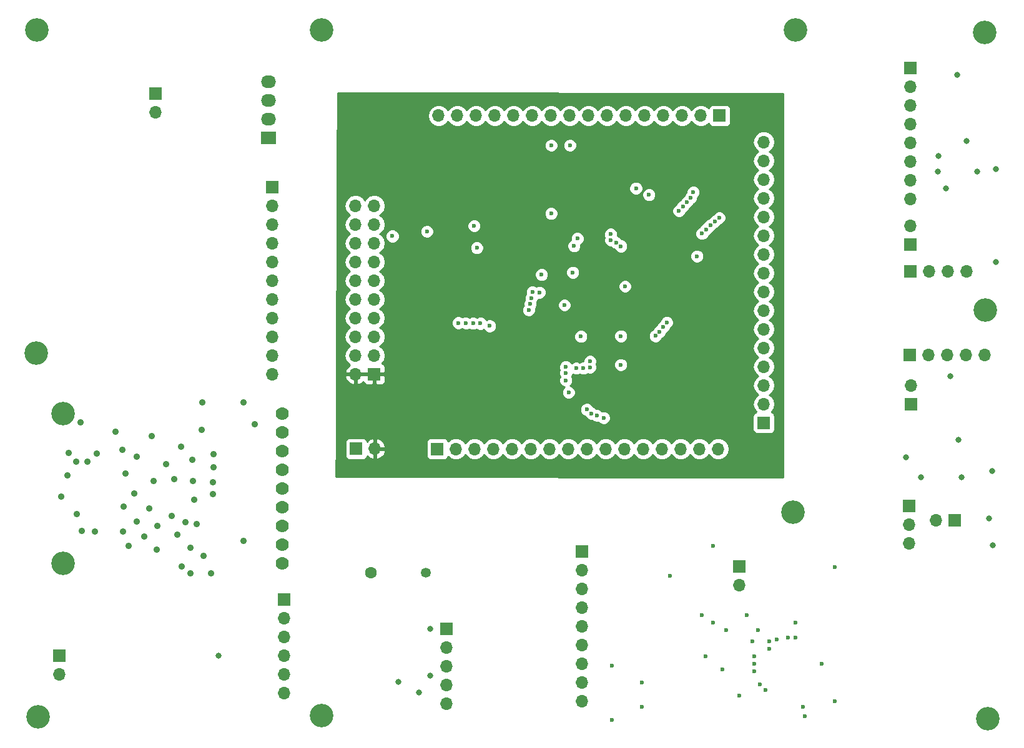
<source format=gbr>
G04 #@! TF.GenerationSoftware,KiCad,Pcbnew,5.0.1-33cea8e~68~ubuntu16.04.1*
G04 #@! TF.CreationDate,2018-10-22T20:59:01-07:00*
G04 #@! TF.ProjectId,integrated-board,696E74656772617465642D626F617264,rev?*
G04 #@! TF.SameCoordinates,Original*
G04 #@! TF.FileFunction,Copper,L3,Inr,Plane*
G04 #@! TF.FilePolarity,Positive*
%FSLAX46Y46*%
G04 Gerber Fmt 4.6, Leading zero omitted, Abs format (unit mm)*
G04 Created by KiCad (PCBNEW 5.0.1-33cea8e~68~ubuntu16.04.1) date Mon 22 Oct 2018 08:59:01 PM PDT*
%MOMM*%
%LPD*%
G01*
G04 APERTURE LIST*
G04 #@! TA.AperFunction,ViaPad*
%ADD10C,3.200000*%
G04 #@! TD*
G04 #@! TA.AperFunction,ViaPad*
%ADD11R,1.700000X1.700000*%
G04 #@! TD*
G04 #@! TA.AperFunction,ViaPad*
%ADD12O,1.700000X1.700000*%
G04 #@! TD*
G04 #@! TA.AperFunction,ViaPad*
%ADD13R,2.030000X1.730000*%
G04 #@! TD*
G04 #@! TA.AperFunction,ViaPad*
%ADD14O,2.030000X1.730000*%
G04 #@! TD*
G04 #@! TA.AperFunction,WasherPad*
%ADD15C,1.350000*%
G04 #@! TD*
G04 #@! TA.AperFunction,WasherPad*
%ADD16C,1.600000*%
G04 #@! TD*
G04 #@! TA.AperFunction,ViaPad*
%ADD17C,1.778000*%
G04 #@! TD*
G04 #@! TA.AperFunction,ViaPad*
%ADD18C,0.600000*%
G04 #@! TD*
G04 #@! TA.AperFunction,ViaPad*
%ADD19C,0.906400*%
G04 #@! TD*
G04 #@! TA.AperFunction,ViaPad*
%ADD20C,0.800000*%
G04 #@! TD*
G04 #@! TA.AperFunction,Conductor*
%ADD21C,0.254000*%
G04 #@! TD*
G04 APERTURE END LIST*
D10*
G04 #@! TO.N,N/C*
G04 #@! TO.C,U$8*
X75300000Y-129875000D03*
G04 #@! TD*
G04 #@! TO.N,N/C*
G04 #@! TO.C,U$8*
X75075000Y-80525000D03*
G04 #@! TD*
G04 #@! TO.N,N/C*
G04 #@! TO.C,U$8*
X178050000Y-36600000D03*
G04 #@! TD*
G04 #@! TO.N,N/C*
G04 #@! TO.C,U$8*
X113750000Y-36600000D03*
G04 #@! TD*
G04 #@! TO.N,N/C*
G04 #@! TO.C,U$8*
X113775000Y-129725000D03*
G04 #@! TD*
G04 #@! TO.N,N/C*
G04 #@! TO.C,U$8*
X203775000Y-74675000D03*
G04 #@! TD*
G04 #@! TO.N,N/C*
G04 #@! TO.C,U$9*
X177675000Y-102125000D03*
G04 #@! TD*
G04 #@! TO.N,N/C*
G04 #@! TO.C,U$9*
X75200000Y-36600000D03*
G04 #@! TD*
G04 #@! TO.N,N/C*
G04 #@! TO.C,U$9*
X203675000Y-36975000D03*
G04 #@! TD*
G04 #@! TO.N,N/C*
G04 #@! TO.C,U$8*
X204100000Y-130075000D03*
G04 #@! TD*
D11*
G04 #@! TO.N,+3V3*
G04 #@! TO.C,J1*
X120904000Y-83362800D03*
D12*
X118364000Y-83362800D03*
G04 #@! TO.N,PB4*
X120904000Y-80822800D03*
G04 #@! TO.N,GND*
X118364000Y-80822800D03*
G04 #@! TO.N,PA15*
X120904000Y-78282800D03*
G04 #@! TO.N,GND*
X118364000Y-78282800D03*
G04 #@! TO.N,PA13*
X120904000Y-75742800D03*
G04 #@! TO.N,GND*
X118364000Y-75742800D03*
G04 #@! TO.N,PA14*
X120904000Y-73202800D03*
G04 #@! TO.N,GND*
X118364000Y-73202800D03*
G04 #@! TO.N,Net-(10k1-Pad2)*
X120904000Y-70662800D03*
G04 #@! TO.N,GND*
X118364000Y-70662800D03*
G04 #@! TO.N,PB3*
X120904000Y-68122800D03*
G04 #@! TO.N,GND*
X118364000Y-68122800D03*
G04 #@! TO.N,RST*
X120904000Y-65582800D03*
G04 #@! TO.N,GND*
X118364000Y-65582800D03*
G04 #@! TO.N,Net-(10k3-Pad2)*
X120904000Y-63042800D03*
G04 #@! TO.N,GND*
X118364000Y-63042800D03*
G04 #@! TO.N,Net-(10k2-Pad2)*
X120904000Y-60502800D03*
G04 #@! TO.N,GND*
X118364000Y-60502800D03*
G04 #@! TD*
D11*
G04 #@! TO.N,PA0*
G04 #@! TO.C,J3*
X173730920Y-89951560D03*
D12*
G04 #@! TO.N,PA1*
X173730920Y-87411560D03*
G04 #@! TO.N,PA2*
X173730920Y-84871560D03*
G04 #@! TO.N,PA3*
X173730920Y-82331560D03*
G04 #@! TO.N,PA4*
X173730920Y-79791560D03*
G04 #@! TO.N,PA5*
X173730920Y-77251560D03*
G04 #@! TO.N,PA6*
X173730920Y-74711560D03*
G04 #@! TO.N,PA7*
X173730920Y-72171560D03*
G04 #@! TO.N,PA8*
X173730920Y-69631560D03*
G04 #@! TO.N,PA9*
X173730920Y-67091560D03*
G04 #@! TO.N,PA10*
X173730920Y-64551560D03*
G04 #@! TO.N,PA11*
X173730920Y-62011560D03*
G04 #@! TO.N,PA12*
X173730920Y-59471560D03*
G04 #@! TO.N,PA13*
X173730920Y-56931560D03*
G04 #@! TO.N,PA14*
X173730920Y-54391560D03*
G04 #@! TO.N,PA15*
X173730920Y-51851560D03*
G04 #@! TD*
D11*
G04 #@! TO.N,PB0*
G04 #@! TO.C,J4*
X167746680Y-48280320D03*
D12*
G04 #@! TO.N,PB1*
X165206680Y-48280320D03*
G04 #@! TO.N,PB2*
X162666680Y-48280320D03*
G04 #@! TO.N,PB3*
X160126680Y-48280320D03*
G04 #@! TO.N,PB4*
X157586680Y-48280320D03*
G04 #@! TO.N,PB5*
X155046680Y-48280320D03*
G04 #@! TO.N,PB6*
X152506680Y-48280320D03*
G04 #@! TO.N,PB7*
X149966680Y-48280320D03*
G04 #@! TO.N,PB8*
X147426680Y-48280320D03*
G04 #@! TO.N,PB9*
X144886680Y-48280320D03*
G04 #@! TO.N,PB10*
X142346680Y-48280320D03*
G04 #@! TO.N,PB11*
X139806680Y-48280320D03*
G04 #@! TO.N,PB12*
X137266680Y-48280320D03*
G04 #@! TO.N,PB13*
X134726680Y-48280320D03*
G04 #@! TO.N,PB14*
X132186680Y-48280320D03*
G04 #@! TO.N,PB15*
X129646680Y-48280320D03*
G04 #@! TD*
D11*
G04 #@! TO.N,PC0*
G04 #@! TO.C,J5*
X129453640Y-93502480D03*
D12*
G04 #@! TO.N,PC1*
X131993640Y-93502480D03*
G04 #@! TO.N,PC2*
X134533640Y-93502480D03*
G04 #@! TO.N,PC3*
X137073640Y-93502480D03*
G04 #@! TO.N,PC4*
X139613640Y-93502480D03*
G04 #@! TO.N,PC5*
X142153640Y-93502480D03*
G04 #@! TO.N,PC6*
X144693640Y-93502480D03*
G04 #@! TO.N,PC7*
X147233640Y-93502480D03*
G04 #@! TO.N,PC8*
X149773640Y-93502480D03*
G04 #@! TO.N,PC9*
X152313640Y-93502480D03*
G04 #@! TO.N,PC10*
X154853640Y-93502480D03*
G04 #@! TO.N,PC11*
X157393640Y-93502480D03*
G04 #@! TO.N,PC12*
X159933640Y-93502480D03*
G04 #@! TO.N,PC13*
X162473640Y-93502480D03*
G04 #@! TO.N,Net-(J5-Pad15)*
X165013640Y-93502480D03*
G04 #@! TO.N,PD2*
X167553640Y-93502480D03*
G04 #@! TD*
D11*
G04 #@! TO.N,GND*
G04 #@! TO.C,J6*
X118465600Y-93487240D03*
D12*
G04 #@! TO.N,+3V3*
X121005600Y-93487240D03*
G04 #@! TD*
D11*
G04 #@! TO.N,Net-(J2-Pad1)*
G04 #@! TO.C,J9*
X107071480Y-57969400D03*
D12*
G04 #@! TO.N,Net-(J2-Pad2)*
X107071480Y-60509400D03*
G04 #@! TO.N,Net-(J2-Pad3)*
X107071480Y-63049400D03*
G04 #@! TO.N,Net-(J2-Pad4)*
X107071480Y-65589400D03*
G04 #@! TO.N,Net-(J2-Pad5)*
X107071480Y-68129400D03*
G04 #@! TO.N,Net-(J2-Pad6)*
X107071480Y-70669400D03*
G04 #@! TO.N,Net-(J2-Pad7)*
X107071480Y-73209400D03*
G04 #@! TO.N,Net-(J2-Pad8)*
X107071480Y-75749400D03*
G04 #@! TO.N,Net-(J2-Pad10)*
X107071480Y-78289400D03*
G04 #@! TO.N,Net-(J2-Pad9)*
X107071480Y-80829400D03*
G04 #@! TO.N,Net-(J2-Pad11)*
X107071480Y-83369400D03*
G04 #@! TD*
D11*
G04 #@! TO.N,Net-(C16-Pad2)*
G04 #@! TO.C,J10*
X193722020Y-87402940D03*
D12*
G04 #@! TO.N,Net-(C21-Pad1)*
X193722020Y-84862940D03*
G04 #@! TD*
D11*
G04 #@! TO.N,Net-(C16-Pad1)*
G04 #@! TO.C,J7*
X199663080Y-103216980D03*
D12*
G04 #@! TO.N,Net-(C16-Pad2)*
X197123080Y-103216980D03*
G04 #@! TD*
D11*
G04 #@! TO.N,Net-(C16-Pad2)*
G04 #@! TO.C,J8*
X193600000Y-65750000D03*
D12*
G04 #@! TO.N,Net-(C18-Pad1)*
X193600000Y-63210000D03*
G04 #@! TD*
D11*
G04 #@! TO.N,Net-(C16-Pad2)*
G04 #@! TO.C,J13*
X193600000Y-69400000D03*
D12*
X196140000Y-69400000D03*
X198680000Y-69400000D03*
X201220000Y-69400000D03*
G04 #@! TD*
D11*
G04 #@! TO.N,Net-(C21-Pad1)*
G04 #@! TO.C,J14*
X193549300Y-80727820D03*
D12*
X196089300Y-80727820D03*
X198629300Y-80727820D03*
X201169300Y-80727820D03*
X203709300Y-80727820D03*
G04 #@! TD*
D11*
G04 #@! TO.N,Net-(C16-Pad2)*
G04 #@! TO.C,J12*
X193475640Y-101207840D03*
D12*
X193475640Y-103747840D03*
X193475640Y-106287840D03*
G04 #@! TD*
D11*
G04 #@! TO.N,Net-(C18-Pad1)*
G04 #@! TO.C,J15*
X193600000Y-41840000D03*
D12*
X193600000Y-44380000D03*
X193600000Y-46920000D03*
X193600000Y-49460000D03*
X193600000Y-52000000D03*
X193600000Y-54540000D03*
X193600000Y-57080000D03*
X193600000Y-59620000D03*
G04 #@! TD*
D13*
G04 #@! TO.N,/CSB*
G04 #@! TO.C,*
X106614900Y-51274240D03*
D14*
G04 #@! TO.N,/SDO*
X106614900Y-48734240D03*
G04 #@! TO.N,/SDI*
X106614900Y-46194240D03*
G04 #@! TO.N,/SCLK*
X106614900Y-43654240D03*
G04 #@! TD*
D11*
G04 #@! TO.N,+3V3*
G04 #@! TO.C,*
X91214900Y-45314240D03*
D12*
G04 #@! TO.N,GND*
X91214900Y-47854240D03*
G04 #@! TD*
G04 #@! TO.N,GND*
G04 #@! TO.C,JP2*
X130725080Y-128054560D03*
G04 #@! TO.N,VCC*
X130725080Y-125514560D03*
G04 #@! TO.N,/SDA*
X130725080Y-122974560D03*
G04 #@! TO.N,/SCL*
X130725080Y-120434560D03*
D11*
G04 #@! TO.N,/SQW*
X130725080Y-117894560D03*
G04 #@! TD*
D15*
G04 #@! TO.N,*
G04 #@! TO.C,B1*
X127875080Y-110274560D03*
D16*
X120425080Y-110274560D03*
G04 #@! TD*
D11*
G04 #@! TO.N,Net-(C1-Pad2)*
G04 #@! TO.C,J2*
X170408300Y-109474160D03*
D12*
G04 #@! TO.N,Net-(C1-Pad1)*
X170408300Y-112014160D03*
G04 #@! TD*
D11*
G04 #@! TO.N,Net-(J1-Pad1)*
G04 #@! TO.C,J1*
X149073301Y-107439161D03*
D12*
G04 #@! TO.N,Net-(J1-Pad2)*
X149073301Y-109979161D03*
G04 #@! TO.N,Net-(D2-Pad1)*
X149073301Y-112519161D03*
G04 #@! TO.N,Net-(D1-Pad1)*
X149073301Y-115059161D03*
G04 #@! TO.N,Net-(J1-Pad5)*
X149073301Y-117599161D03*
G04 #@! TO.N,Net-(J1-Pad6)*
X149073301Y-120139161D03*
G04 #@! TO.N,Net-(J1-Pad7)*
X149073301Y-122679161D03*
G04 #@! TO.N,Net-(J1-Pad8)*
X149073301Y-125219161D03*
G04 #@! TO.N,Net-(J1-Pad9)*
X149073301Y-127759161D03*
G04 #@! TD*
D11*
G04 #@! TO.N,Net-(J1-Pad1)*
G04 #@! TO.C,J1*
X78182480Y-121554880D03*
D12*
G04 #@! TO.N,Net-(J1-Pad2)*
X78182480Y-124094880D03*
G04 #@! TD*
D11*
G04 #@! TO.N,+5V*
G04 #@! TO.C,J2*
X108662480Y-113934880D03*
D12*
G04 #@! TO.N,Net-(C2-Pad2)*
X108662480Y-116474880D03*
G04 #@! TO.N,GND*
X108662480Y-119014880D03*
G04 #@! TO.N,Net-(J2-Pad4)*
X108662480Y-121554880D03*
G04 #@! TO.N,Net-(D2-Pad1)*
X108662480Y-124094880D03*
G04 #@! TO.N,Net-(D1-Pad1)*
X108662480Y-126634880D03*
G04 #@! TD*
D10*
G04 #@! TO.N,N/C*
G04 #@! TO.C,U$8*
X78682259Y-109053092D03*
G04 #@! TD*
G04 #@! TO.N,N/C*
G04 #@! TO.C,U$9*
X78682259Y-88733092D03*
G04 #@! TD*
D17*
G04 #@! TO.N,3.3V*
G04 #@! TO.C,JP1*
X108400259Y-109053092D03*
G04 #@! TO.N,/ENABLE*
X108400259Y-106513092D03*
G04 #@! TO.N,/VBACKUP*
X108400259Y-103973092D03*
G04 #@! TO.N,/FIX*
X108400259Y-101433092D03*
G04 #@! TO.N,/TX*
X108400259Y-98893092D03*
G04 #@! TO.N,/RX*
X108400259Y-96353092D03*
G04 #@! TO.N,GND*
X108400259Y-93813092D03*
G04 #@! TO.N,VIN*
X108400259Y-91273092D03*
G04 #@! TO.N,/1PPS*
X108400259Y-88733092D03*
G04 #@! TD*
D18*
G04 #@! TO.N,GND*
X134457440Y-63230760D03*
X164669720Y-67336912D03*
X148941193Y-78240184D03*
X154914355Y-71441309D03*
X147264130Y-85840471D03*
X146712132Y-73971051D03*
X134818120Y-66207800D03*
X132313680Y-76393040D03*
X147838160Y-69545200D03*
X144896840Y-61549280D03*
X154365960Y-78186280D03*
D19*
X97605259Y-87209092D03*
X99129259Y-95972092D03*
X103193259Y-106005092D03*
X86810259Y-104735092D03*
X94811259Y-109434092D03*
X87572259Y-106640092D03*
X89715259Y-105354092D03*
X90366259Y-101560092D03*
X93414259Y-102576092D03*
X92668259Y-95575092D03*
X91017259Y-97861092D03*
X93795259Y-97623092D03*
X86937259Y-101322092D03*
X87191259Y-96861092D03*
X88715259Y-94575092D03*
X88350259Y-99528092D03*
X88715259Y-103322092D03*
X91509259Y-103989092D03*
X95954259Y-106894092D03*
X94208259Y-105116092D03*
X95319259Y-103465092D03*
X99002259Y-98004092D03*
X99129259Y-94194092D03*
X86746759Y-93622592D03*
X81984259Y-95210092D03*
X83254259Y-94130592D03*
X79444259Y-94067092D03*
X83000259Y-104735092D03*
X80587259Y-102322092D03*
X81222259Y-104608092D03*
X79317259Y-97115092D03*
X78428259Y-99972592D03*
X80460259Y-95210092D03*
X81095259Y-89876092D03*
X85794259Y-91146092D03*
X96208259Y-94956092D03*
X96462259Y-100417092D03*
X96335259Y-97877092D03*
X91382259Y-107148092D03*
X97732259Y-108037092D03*
D18*
G04 #@! TO.N,+3V3*
X144768359Y-64009184D03*
X156632457Y-79510470D03*
X142031720Y-85054440D03*
X162366960Y-67437000D03*
X138518720Y-80159680D03*
G04 #@! TO.N,RST*
X143332200Y-72247760D03*
G04 #@! TO.N,PB4*
X128057393Y-63995278D03*
X156403040Y-58130440D03*
G04 #@! TO.N,PB3*
X123380639Y-64620279D03*
X158170880Y-59009280D03*
G04 #@! TO.N,PA1*
X146905102Y-84183096D03*
G04 #@! TO.N,PA2*
X146900627Y-83212052D03*
G04 #@! TO.N,PA3*
X146888567Y-82347800D03*
G04 #@! TO.N,PA4*
X148316097Y-82563835D03*
G04 #@! TO.N,PA5*
X149280703Y-82542713D03*
G04 #@! TO.N,PA6*
X150160819Y-82415700D03*
G04 #@! TO.N,PA7*
X150177756Y-81596630D03*
G04 #@! TO.N,PB0*
X149737538Y-88150551D03*
G04 #@! TO.N,PB1*
X150341005Y-88675761D03*
G04 #@! TO.N,PB2*
X151088255Y-88961481D03*
G04 #@! TO.N,PB8*
X147447000Y-52297873D03*
X148457920Y-64957960D03*
G04 #@! TO.N,PB9*
X144912080Y-52297873D03*
X148010880Y-65953640D03*
G04 #@! TO.N,PB10*
X152044257Y-89281037D03*
G04 #@! TO.N,PB12*
X167112686Y-62640997D03*
X163835828Y-59409063D03*
X159053755Y-78167393D03*
G04 #@! TO.N,PB13*
X163310830Y-60012702D03*
X166494303Y-63148562D03*
X159599016Y-77581992D03*
G04 #@! TO.N,PB14*
X162768269Y-60600605D03*
X165919454Y-63704950D03*
X160102792Y-76960532D03*
G04 #@! TO.N,PB15*
X162233326Y-61195448D03*
X165354598Y-64271479D03*
X160604200Y-76337160D03*
G04 #@! TO.N,PC0*
X133344920Y-76433680D03*
X142351760Y-72227440D03*
G04 #@! TO.N,PC1*
X134315200Y-76469240D03*
X142211397Y-73015032D03*
G04 #@! TO.N,PC2*
X135314158Y-76476122D03*
X142084668Y-73804932D03*
G04 #@! TO.N,PC3*
X136568061Y-76812589D03*
X141859000Y-74665840D03*
G04 #@! TO.N,PC10*
X154362890Y-65981027D03*
G04 #@! TO.N,PC11*
X153711822Y-65516130D03*
G04 #@! TO.N,PC12*
X152996515Y-65157863D03*
G04 #@! TO.N,PC13*
X143609529Y-69843378D03*
G04 #@! TO.N,PD2*
X152965372Y-64358457D03*
G04 #@! TO.N,PB11*
X164180520Y-58663840D03*
X167715794Y-62115389D03*
X154340560Y-82077560D03*
D20*
G04 #@! TO.N,Net-(C16-Pad1)*
X200531760Y-97324180D03*
X202675000Y-55875000D03*
X198475000Y-58125000D03*
G04 #@! TO.N,Net-(C16-Pad2)*
X204674500Y-96460580D03*
X204771020Y-106597720D03*
X193036220Y-94614000D03*
X199007760Y-83610720D03*
X199925000Y-42700000D03*
X197400000Y-53775000D03*
X205200000Y-68125000D03*
X205175000Y-55525000D03*
G04 #@! TO.N,Net-(C17-Pad1)*
X197300000Y-55875000D03*
X201250000Y-51700000D03*
G04 #@! TO.N,Net-(C20-Pad1)*
X195091080Y-97352120D03*
X200145680Y-92287360D03*
G04 #@! TO.N,Net-(C21-Pad1)*
X204275000Y-102925000D03*
G04 #@! TO.N,Net-(C1-Pad1)*
X128505080Y-117944560D03*
X128505080Y-124294560D03*
D18*
X173964300Y-126238160D03*
X173202300Y-125476160D03*
X172440300Y-123698160D03*
X172440300Y-122682160D03*
X172440300Y-121666160D03*
X170408300Y-127000160D03*
D20*
G04 #@! TO.N,VCC*
X124205080Y-125109570D03*
X126955080Y-126544560D03*
D18*
G04 #@! TO.N,Net-(D1-Pad2)*
X166852300Y-106680160D03*
X181584300Y-122682160D03*
G04 #@! TO.N,Net-(D2-Pad2)*
X161010300Y-110744160D03*
X166852300Y-117094160D03*
X178028300Y-119126160D03*
X178028300Y-117094160D03*
G04 #@! TO.N,Net-(J1-Pad1)*
X165328300Y-116078160D03*
X174472300Y-120650160D03*
X171424300Y-116078160D03*
G04 #@! TO.N,Net-(J1-Pad2)*
X172948300Y-118110160D03*
X177012300Y-119126160D03*
X168630300Y-118110160D03*
G04 #@! TO.N,Net-(J1-Pad5)*
X179298300Y-129794160D03*
X165836300Y-121666160D03*
G04 #@! TO.N,Net-(J1-Pad6)*
X179044300Y-128524160D03*
X168122300Y-123444160D03*
G04 #@! TO.N,Net-(J1-Pad7)*
X153136300Y-122936160D03*
X153136300Y-130302160D03*
G04 #@! TO.N,Net-(J1-Pad8)*
X157200300Y-125222160D03*
X157200300Y-128524160D03*
G04 #@! TO.N,Net-(R2-Pad2)*
X183339300Y-127739160D03*
X175488300Y-119380160D03*
G04 #@! TO.N,Net-(R3-Pad2)*
X174472300Y-119634160D03*
X172186300Y-119634160D03*
G04 #@! TO.N,Net-(C1-Pad2)*
X183339300Y-109497160D03*
D20*
G04 #@! TO.N,Net-(C2-Pad2)*
X99772480Y-121554880D03*
D19*
G04 #@! TO.N,3.3V*
X103193259Y-87209092D03*
X90747259Y-91781092D03*
X97478259Y-90892092D03*
G04 #@! TO.N,VIN*
X104717259Y-90130092D03*
G04 #@! TO.N,/1PPS*
X94684259Y-93178092D03*
G04 #@! TO.N,/FIX*
X99002259Y-99655092D03*
X96843259Y-103719092D03*
G04 #@! TO.N,/VBACKUP*
X98811759Y-110386592D03*
G04 #@! TO.N,Net-(B1-Pad+$1)*
X96017759Y-110386592D03*
G04 #@! TD*
D21*
G04 #@! TO.N,+3V3*
G36*
X176357268Y-45287945D02*
X176352212Y-97327635D01*
X115753349Y-97287165D01*
X115770487Y-92637240D01*
X116968160Y-92637240D01*
X116968160Y-94337240D01*
X117017443Y-94585005D01*
X117157791Y-94795049D01*
X117367835Y-94935397D01*
X117615600Y-94984680D01*
X119315600Y-94984680D01*
X119563365Y-94935397D01*
X119773409Y-94795049D01*
X119913757Y-94585005D01*
X119934339Y-94481532D01*
X120238676Y-94758885D01*
X120648710Y-94928716D01*
X120878600Y-94807395D01*
X120878600Y-93614240D01*
X121132600Y-93614240D01*
X121132600Y-94807395D01*
X121362490Y-94928716D01*
X121772524Y-94758885D01*
X122200783Y-94368598D01*
X122447086Y-93844132D01*
X122326419Y-93614240D01*
X121132600Y-93614240D01*
X120878600Y-93614240D01*
X120858600Y-93614240D01*
X120858600Y-93360240D01*
X120878600Y-93360240D01*
X120878600Y-92167085D01*
X121132600Y-92167085D01*
X121132600Y-93360240D01*
X122326419Y-93360240D01*
X122447086Y-93130348D01*
X122222667Y-92652480D01*
X127956200Y-92652480D01*
X127956200Y-94352480D01*
X128005483Y-94600245D01*
X128145831Y-94810289D01*
X128355875Y-94950637D01*
X128603640Y-94999920D01*
X130303640Y-94999920D01*
X130551405Y-94950637D01*
X130761449Y-94810289D01*
X130901797Y-94600245D01*
X130910824Y-94554861D01*
X130923015Y-94573105D01*
X131414222Y-94901319D01*
X131847384Y-94987480D01*
X132139896Y-94987480D01*
X132573058Y-94901319D01*
X133064265Y-94573105D01*
X133263640Y-94274719D01*
X133463015Y-94573105D01*
X133954222Y-94901319D01*
X134387384Y-94987480D01*
X134679896Y-94987480D01*
X135113058Y-94901319D01*
X135604265Y-94573105D01*
X135803640Y-94274719D01*
X136003015Y-94573105D01*
X136494222Y-94901319D01*
X136927384Y-94987480D01*
X137219896Y-94987480D01*
X137653058Y-94901319D01*
X138144265Y-94573105D01*
X138343640Y-94274719D01*
X138543015Y-94573105D01*
X139034222Y-94901319D01*
X139467384Y-94987480D01*
X139759896Y-94987480D01*
X140193058Y-94901319D01*
X140684265Y-94573105D01*
X140883640Y-94274719D01*
X141083015Y-94573105D01*
X141574222Y-94901319D01*
X142007384Y-94987480D01*
X142299896Y-94987480D01*
X142733058Y-94901319D01*
X143224265Y-94573105D01*
X143423640Y-94274719D01*
X143623015Y-94573105D01*
X144114222Y-94901319D01*
X144547384Y-94987480D01*
X144839896Y-94987480D01*
X145273058Y-94901319D01*
X145764265Y-94573105D01*
X145963640Y-94274719D01*
X146163015Y-94573105D01*
X146654222Y-94901319D01*
X147087384Y-94987480D01*
X147379896Y-94987480D01*
X147813058Y-94901319D01*
X148304265Y-94573105D01*
X148503640Y-94274719D01*
X148703015Y-94573105D01*
X149194222Y-94901319D01*
X149627384Y-94987480D01*
X149919896Y-94987480D01*
X150353058Y-94901319D01*
X150844265Y-94573105D01*
X151043640Y-94274719D01*
X151243015Y-94573105D01*
X151734222Y-94901319D01*
X152167384Y-94987480D01*
X152459896Y-94987480D01*
X152893058Y-94901319D01*
X153384265Y-94573105D01*
X153583640Y-94274719D01*
X153783015Y-94573105D01*
X154274222Y-94901319D01*
X154707384Y-94987480D01*
X154999896Y-94987480D01*
X155433058Y-94901319D01*
X155924265Y-94573105D01*
X156123640Y-94274719D01*
X156323015Y-94573105D01*
X156814222Y-94901319D01*
X157247384Y-94987480D01*
X157539896Y-94987480D01*
X157973058Y-94901319D01*
X158464265Y-94573105D01*
X158663640Y-94274719D01*
X158863015Y-94573105D01*
X159354222Y-94901319D01*
X159787384Y-94987480D01*
X160079896Y-94987480D01*
X160513058Y-94901319D01*
X161004265Y-94573105D01*
X161203640Y-94274719D01*
X161403015Y-94573105D01*
X161894222Y-94901319D01*
X162327384Y-94987480D01*
X162619896Y-94987480D01*
X163053058Y-94901319D01*
X163544265Y-94573105D01*
X163743640Y-94274719D01*
X163943015Y-94573105D01*
X164434222Y-94901319D01*
X164867384Y-94987480D01*
X165159896Y-94987480D01*
X165593058Y-94901319D01*
X166084265Y-94573105D01*
X166283640Y-94274719D01*
X166483015Y-94573105D01*
X166974222Y-94901319D01*
X167407384Y-94987480D01*
X167699896Y-94987480D01*
X168133058Y-94901319D01*
X168624265Y-94573105D01*
X168952479Y-94081898D01*
X169067732Y-93502480D01*
X168952479Y-92923062D01*
X168624265Y-92431855D01*
X168133058Y-92103641D01*
X167699896Y-92017480D01*
X167407384Y-92017480D01*
X166974222Y-92103641D01*
X166483015Y-92431855D01*
X166283640Y-92730241D01*
X166084265Y-92431855D01*
X165593058Y-92103641D01*
X165159896Y-92017480D01*
X164867384Y-92017480D01*
X164434222Y-92103641D01*
X163943015Y-92431855D01*
X163743640Y-92730241D01*
X163544265Y-92431855D01*
X163053058Y-92103641D01*
X162619896Y-92017480D01*
X162327384Y-92017480D01*
X161894222Y-92103641D01*
X161403015Y-92431855D01*
X161203640Y-92730241D01*
X161004265Y-92431855D01*
X160513058Y-92103641D01*
X160079896Y-92017480D01*
X159787384Y-92017480D01*
X159354222Y-92103641D01*
X158863015Y-92431855D01*
X158663640Y-92730241D01*
X158464265Y-92431855D01*
X157973058Y-92103641D01*
X157539896Y-92017480D01*
X157247384Y-92017480D01*
X156814222Y-92103641D01*
X156323015Y-92431855D01*
X156123640Y-92730241D01*
X155924265Y-92431855D01*
X155433058Y-92103641D01*
X154999896Y-92017480D01*
X154707384Y-92017480D01*
X154274222Y-92103641D01*
X153783015Y-92431855D01*
X153583640Y-92730241D01*
X153384265Y-92431855D01*
X152893058Y-92103641D01*
X152459896Y-92017480D01*
X152167384Y-92017480D01*
X151734222Y-92103641D01*
X151243015Y-92431855D01*
X151043640Y-92730241D01*
X150844265Y-92431855D01*
X150353058Y-92103641D01*
X149919896Y-92017480D01*
X149627384Y-92017480D01*
X149194222Y-92103641D01*
X148703015Y-92431855D01*
X148503640Y-92730241D01*
X148304265Y-92431855D01*
X147813058Y-92103641D01*
X147379896Y-92017480D01*
X147087384Y-92017480D01*
X146654222Y-92103641D01*
X146163015Y-92431855D01*
X145963640Y-92730241D01*
X145764265Y-92431855D01*
X145273058Y-92103641D01*
X144839896Y-92017480D01*
X144547384Y-92017480D01*
X144114222Y-92103641D01*
X143623015Y-92431855D01*
X143423640Y-92730241D01*
X143224265Y-92431855D01*
X142733058Y-92103641D01*
X142299896Y-92017480D01*
X142007384Y-92017480D01*
X141574222Y-92103641D01*
X141083015Y-92431855D01*
X140883640Y-92730241D01*
X140684265Y-92431855D01*
X140193058Y-92103641D01*
X139759896Y-92017480D01*
X139467384Y-92017480D01*
X139034222Y-92103641D01*
X138543015Y-92431855D01*
X138343640Y-92730241D01*
X138144265Y-92431855D01*
X137653058Y-92103641D01*
X137219896Y-92017480D01*
X136927384Y-92017480D01*
X136494222Y-92103641D01*
X136003015Y-92431855D01*
X135803640Y-92730241D01*
X135604265Y-92431855D01*
X135113058Y-92103641D01*
X134679896Y-92017480D01*
X134387384Y-92017480D01*
X133954222Y-92103641D01*
X133463015Y-92431855D01*
X133263640Y-92730241D01*
X133064265Y-92431855D01*
X132573058Y-92103641D01*
X132139896Y-92017480D01*
X131847384Y-92017480D01*
X131414222Y-92103641D01*
X130923015Y-92431855D01*
X130910824Y-92450099D01*
X130901797Y-92404715D01*
X130761449Y-92194671D01*
X130551405Y-92054323D01*
X130303640Y-92005040D01*
X128603640Y-92005040D01*
X128355875Y-92054323D01*
X128145831Y-92194671D01*
X128005483Y-92404715D01*
X127956200Y-92652480D01*
X122222667Y-92652480D01*
X122200783Y-92605882D01*
X121772524Y-92215595D01*
X121362490Y-92045764D01*
X121132600Y-92167085D01*
X120878600Y-92167085D01*
X120648710Y-92045764D01*
X120238676Y-92215595D01*
X119934339Y-92492948D01*
X119913757Y-92389475D01*
X119773409Y-92179431D01*
X119563365Y-92039083D01*
X119315600Y-91989800D01*
X117615600Y-91989800D01*
X117367835Y-92039083D01*
X117157791Y-92179431D01*
X117017443Y-92389475D01*
X116968160Y-92637240D01*
X115770487Y-92637240D01*
X115787708Y-87964568D01*
X148802538Y-87964568D01*
X148802538Y-88336534D01*
X148944883Y-88680186D01*
X149207903Y-88943206D01*
X149487764Y-89059128D01*
X149548350Y-89205396D01*
X149811370Y-89468416D01*
X150155022Y-89610761D01*
X150415245Y-89610761D01*
X150558620Y-89754136D01*
X150902272Y-89896481D01*
X151274238Y-89896481D01*
X151318908Y-89877978D01*
X151514622Y-90073692D01*
X151858274Y-90216037D01*
X152230240Y-90216037D01*
X152573892Y-90073692D01*
X152836912Y-89810672D01*
X152979257Y-89467020D01*
X152979257Y-89095054D01*
X152836912Y-88751402D01*
X152573892Y-88488382D01*
X152230240Y-88346037D01*
X151858274Y-88346037D01*
X151813604Y-88364540D01*
X151617890Y-88168826D01*
X151274238Y-88026481D01*
X151014015Y-88026481D01*
X150870640Y-87883106D01*
X150590779Y-87767184D01*
X150530193Y-87620916D01*
X150267173Y-87357896D01*
X149923521Y-87215551D01*
X149551555Y-87215551D01*
X149207903Y-87357896D01*
X148944883Y-87620916D01*
X148802538Y-87964568D01*
X115787708Y-87964568D01*
X115803354Y-83719690D01*
X116922524Y-83719690D01*
X117092355Y-84129724D01*
X117482642Y-84557983D01*
X118007108Y-84804286D01*
X118237000Y-84683619D01*
X118237000Y-83489800D01*
X118491000Y-83489800D01*
X118491000Y-84683619D01*
X118720892Y-84804286D01*
X119245358Y-84557983D01*
X119427070Y-84358592D01*
X119515673Y-84572499D01*
X119694302Y-84751127D01*
X119927691Y-84847800D01*
X120618250Y-84847800D01*
X120777000Y-84689050D01*
X120777000Y-83489800D01*
X121031000Y-83489800D01*
X121031000Y-84689050D01*
X121189750Y-84847800D01*
X121880309Y-84847800D01*
X122113698Y-84751127D01*
X122292327Y-84572499D01*
X122389000Y-84339110D01*
X122389000Y-83648550D01*
X122230250Y-83489800D01*
X121031000Y-83489800D01*
X120777000Y-83489800D01*
X118491000Y-83489800D01*
X118237000Y-83489800D01*
X117043845Y-83489800D01*
X116922524Y-83719690D01*
X115803354Y-83719690D01*
X115888926Y-60502800D01*
X116849908Y-60502800D01*
X116965161Y-61082218D01*
X117293375Y-61573425D01*
X117591761Y-61772800D01*
X117293375Y-61972175D01*
X116965161Y-62463382D01*
X116849908Y-63042800D01*
X116965161Y-63622218D01*
X117293375Y-64113425D01*
X117591761Y-64312800D01*
X117293375Y-64512175D01*
X116965161Y-65003382D01*
X116849908Y-65582800D01*
X116965161Y-66162218D01*
X117293375Y-66653425D01*
X117591761Y-66852800D01*
X117293375Y-67052175D01*
X116965161Y-67543382D01*
X116849908Y-68122800D01*
X116965161Y-68702218D01*
X117293375Y-69193425D01*
X117591761Y-69392800D01*
X117293375Y-69592175D01*
X116965161Y-70083382D01*
X116849908Y-70662800D01*
X116965161Y-71242218D01*
X117293375Y-71733425D01*
X117591761Y-71932800D01*
X117293375Y-72132175D01*
X116965161Y-72623382D01*
X116849908Y-73202800D01*
X116965161Y-73782218D01*
X117293375Y-74273425D01*
X117591761Y-74472800D01*
X117293375Y-74672175D01*
X116965161Y-75163382D01*
X116849908Y-75742800D01*
X116965161Y-76322218D01*
X117293375Y-76813425D01*
X117591761Y-77012800D01*
X117293375Y-77212175D01*
X116965161Y-77703382D01*
X116849908Y-78282800D01*
X116965161Y-78862218D01*
X117293375Y-79353425D01*
X117591761Y-79552800D01*
X117293375Y-79752175D01*
X116965161Y-80243382D01*
X116849908Y-80822800D01*
X116965161Y-81402218D01*
X117293375Y-81893425D01*
X117612478Y-82106643D01*
X117482642Y-82167617D01*
X117092355Y-82595876D01*
X116922524Y-83005910D01*
X117043845Y-83235800D01*
X118237000Y-83235800D01*
X118237000Y-83215800D01*
X118491000Y-83215800D01*
X118491000Y-83235800D01*
X120777000Y-83235800D01*
X120777000Y-83215800D01*
X121031000Y-83215800D01*
X121031000Y-83235800D01*
X122230250Y-83235800D01*
X122389000Y-83077050D01*
X122389000Y-82386490D01*
X122295938Y-82161817D01*
X145953567Y-82161817D01*
X145953567Y-82533783D01*
X146061553Y-82794484D01*
X145965627Y-83026069D01*
X145965627Y-83398035D01*
X146091937Y-83702976D01*
X145970102Y-83997113D01*
X145970102Y-84369079D01*
X146112447Y-84712731D01*
X146375467Y-84975751D01*
X146680296Y-85102015D01*
X146471475Y-85310836D01*
X146329130Y-85654488D01*
X146329130Y-86026454D01*
X146471475Y-86370106D01*
X146734495Y-86633126D01*
X147078147Y-86775471D01*
X147450113Y-86775471D01*
X147793765Y-86633126D01*
X148056785Y-86370106D01*
X148199130Y-86026454D01*
X148199130Y-85654488D01*
X148056785Y-85310836D01*
X147793765Y-85047816D01*
X147488936Y-84921552D01*
X147697757Y-84712731D01*
X147840102Y-84369079D01*
X147840102Y-83997113D01*
X147713792Y-83692172D01*
X147835627Y-83398035D01*
X147835627Y-83376855D01*
X148130114Y-83498835D01*
X148502080Y-83498835D01*
X148823897Y-83365535D01*
X149094720Y-83477713D01*
X149466686Y-83477713D01*
X149810338Y-83335368D01*
X149847677Y-83298029D01*
X149974836Y-83350700D01*
X150346802Y-83350700D01*
X150690454Y-83208355D01*
X150953474Y-82945335D01*
X151095819Y-82601683D01*
X151095819Y-82229717D01*
X151011689Y-82026610D01*
X151067621Y-81891577D01*
X153405560Y-81891577D01*
X153405560Y-82263543D01*
X153547905Y-82607195D01*
X153810925Y-82870215D01*
X154154577Y-83012560D01*
X154526543Y-83012560D01*
X154870195Y-82870215D01*
X155133215Y-82607195D01*
X155275560Y-82263543D01*
X155275560Y-81891577D01*
X155133215Y-81547925D01*
X154870195Y-81284905D01*
X154526543Y-81142560D01*
X154154577Y-81142560D01*
X153810925Y-81284905D01*
X153547905Y-81547925D01*
X153405560Y-81891577D01*
X151067621Y-81891577D01*
X151112756Y-81782613D01*
X151112756Y-81410647D01*
X150970411Y-81066995D01*
X150707391Y-80803975D01*
X150363739Y-80661630D01*
X149991773Y-80661630D01*
X149648121Y-80803975D01*
X149385101Y-81066995D01*
X149242756Y-81410647D01*
X149242756Y-81607713D01*
X149094720Y-81607713D01*
X148772903Y-81741013D01*
X148502080Y-81628835D01*
X148130114Y-81628835D01*
X147786462Y-81771180D01*
X147698284Y-81859358D01*
X147681222Y-81818165D01*
X147418202Y-81555145D01*
X147074550Y-81412800D01*
X146702584Y-81412800D01*
X146358932Y-81555145D01*
X146095912Y-81818165D01*
X145953567Y-82161817D01*
X122295938Y-82161817D01*
X122292327Y-82153101D01*
X122113698Y-81974473D01*
X121952967Y-81907896D01*
X121974625Y-81893425D01*
X122302839Y-81402218D01*
X122418092Y-80822800D01*
X122302839Y-80243382D01*
X121974625Y-79752175D01*
X121676239Y-79552800D01*
X121974625Y-79353425D01*
X122302839Y-78862218D01*
X122418092Y-78282800D01*
X122372621Y-78054201D01*
X148006193Y-78054201D01*
X148006193Y-78426167D01*
X148148538Y-78769819D01*
X148411558Y-79032839D01*
X148755210Y-79175184D01*
X149127176Y-79175184D01*
X149470828Y-79032839D01*
X149733848Y-78769819D01*
X149876193Y-78426167D01*
X149876193Y-78054201D01*
X149853866Y-78000297D01*
X153430960Y-78000297D01*
X153430960Y-78372263D01*
X153573305Y-78715915D01*
X153836325Y-78978935D01*
X154179977Y-79121280D01*
X154551943Y-79121280D01*
X154895595Y-78978935D01*
X155158615Y-78715915D01*
X155300960Y-78372263D01*
X155300960Y-78000297D01*
X155293137Y-77981410D01*
X158118755Y-77981410D01*
X158118755Y-78353376D01*
X158261100Y-78697028D01*
X158524120Y-78960048D01*
X158867772Y-79102393D01*
X159239738Y-79102393D01*
X159583390Y-78960048D01*
X159846410Y-78697028D01*
X159949146Y-78449000D01*
X160128651Y-78374647D01*
X160391671Y-78111627D01*
X160521029Y-77799330D01*
X160632427Y-77753187D01*
X160895447Y-77490167D01*
X161026251Y-77174378D01*
X161133835Y-77129815D01*
X161396855Y-76866795D01*
X161539200Y-76523143D01*
X161539200Y-76151177D01*
X161396855Y-75807525D01*
X161133835Y-75544505D01*
X160790183Y-75402160D01*
X160418217Y-75402160D01*
X160074565Y-75544505D01*
X159811545Y-75807525D01*
X159680741Y-76123314D01*
X159573157Y-76167877D01*
X159310137Y-76430897D01*
X159180779Y-76743194D01*
X159069381Y-76789337D01*
X158806361Y-77052357D01*
X158703625Y-77300385D01*
X158524120Y-77374738D01*
X158261100Y-77637758D01*
X158118755Y-77981410D01*
X155293137Y-77981410D01*
X155158615Y-77656645D01*
X154895595Y-77393625D01*
X154551943Y-77251280D01*
X154179977Y-77251280D01*
X153836325Y-77393625D01*
X153573305Y-77656645D01*
X153430960Y-78000297D01*
X149853866Y-78000297D01*
X149733848Y-77710549D01*
X149470828Y-77447529D01*
X149127176Y-77305184D01*
X148755210Y-77305184D01*
X148411558Y-77447529D01*
X148148538Y-77710549D01*
X148006193Y-78054201D01*
X122372621Y-78054201D01*
X122302839Y-77703382D01*
X121974625Y-77212175D01*
X121676239Y-77012800D01*
X121974625Y-76813425D01*
X122302839Y-76322218D01*
X122325745Y-76207057D01*
X131378680Y-76207057D01*
X131378680Y-76579023D01*
X131521025Y-76922675D01*
X131784045Y-77185695D01*
X132127697Y-77328040D01*
X132499663Y-77328040D01*
X132794758Y-77205808D01*
X132815285Y-77226335D01*
X133158937Y-77368680D01*
X133530903Y-77368680D01*
X133787135Y-77262545D01*
X134129217Y-77404240D01*
X134501183Y-77404240D01*
X134806372Y-77277827D01*
X135128175Y-77411122D01*
X135500141Y-77411122D01*
X135759454Y-77303711D01*
X135775406Y-77342224D01*
X136038426Y-77605244D01*
X136382078Y-77747589D01*
X136754044Y-77747589D01*
X137097696Y-77605244D01*
X137360716Y-77342224D01*
X137503061Y-76998572D01*
X137503061Y-76626606D01*
X137360716Y-76282954D01*
X137097696Y-76019934D01*
X136754044Y-75877589D01*
X136382078Y-75877589D01*
X136122765Y-75985000D01*
X136106813Y-75946487D01*
X135843793Y-75683467D01*
X135500141Y-75541122D01*
X135128175Y-75541122D01*
X134822986Y-75667535D01*
X134501183Y-75534240D01*
X134129217Y-75534240D01*
X133872985Y-75640375D01*
X133530903Y-75498680D01*
X133158937Y-75498680D01*
X132863842Y-75620912D01*
X132843315Y-75600385D01*
X132499663Y-75458040D01*
X132127697Y-75458040D01*
X131784045Y-75600385D01*
X131521025Y-75863405D01*
X131378680Y-76207057D01*
X122325745Y-76207057D01*
X122418092Y-75742800D01*
X122302839Y-75163382D01*
X121974625Y-74672175D01*
X121686801Y-74479857D01*
X140924000Y-74479857D01*
X140924000Y-74851823D01*
X141066345Y-75195475D01*
X141329365Y-75458495D01*
X141673017Y-75600840D01*
X142044983Y-75600840D01*
X142388635Y-75458495D01*
X142651655Y-75195475D01*
X142794000Y-74851823D01*
X142794000Y-74479857D01*
X142775850Y-74436040D01*
X142877323Y-74334567D01*
X143019668Y-73990915D01*
X143019668Y-73785068D01*
X145777132Y-73785068D01*
X145777132Y-74157034D01*
X145919477Y-74500686D01*
X146182497Y-74763706D01*
X146526149Y-74906051D01*
X146898115Y-74906051D01*
X147241767Y-74763706D01*
X147504787Y-74500686D01*
X147647132Y-74157034D01*
X147647132Y-73785068D01*
X147504787Y-73441416D01*
X147241767Y-73178396D01*
X146898115Y-73036051D01*
X146526149Y-73036051D01*
X146182497Y-73178396D01*
X145919477Y-73441416D01*
X145777132Y-73785068D01*
X143019668Y-73785068D01*
X143019668Y-73618949D01*
X142993338Y-73555381D01*
X143004052Y-73544667D01*
X143146397Y-73201015D01*
X143146397Y-73182760D01*
X143518183Y-73182760D01*
X143861835Y-73040415D01*
X144124855Y-72777395D01*
X144267200Y-72433743D01*
X144267200Y-72061777D01*
X144124855Y-71718125D01*
X143861835Y-71455105D01*
X143518183Y-71312760D01*
X143146217Y-71312760D01*
X142866508Y-71428619D01*
X142537743Y-71292440D01*
X142165777Y-71292440D01*
X141822125Y-71434785D01*
X141559105Y-71697805D01*
X141416760Y-72041457D01*
X141416760Y-72413423D01*
X141438421Y-72465718D01*
X141418742Y-72485397D01*
X141276397Y-72829049D01*
X141276397Y-73201015D01*
X141302727Y-73264583D01*
X141292013Y-73275297D01*
X141149668Y-73618949D01*
X141149668Y-73990915D01*
X141167818Y-74034732D01*
X141066345Y-74136205D01*
X140924000Y-74479857D01*
X121686801Y-74479857D01*
X121676239Y-74472800D01*
X121974625Y-74273425D01*
X122302839Y-73782218D01*
X122418092Y-73202800D01*
X122302839Y-72623382D01*
X121974625Y-72132175D01*
X121676239Y-71932800D01*
X121974625Y-71733425D01*
X122294080Y-71255326D01*
X153979355Y-71255326D01*
X153979355Y-71627292D01*
X154121700Y-71970944D01*
X154384720Y-72233964D01*
X154728372Y-72376309D01*
X155100338Y-72376309D01*
X155443990Y-72233964D01*
X155707010Y-71970944D01*
X155849355Y-71627292D01*
X155849355Y-71255326D01*
X155707010Y-70911674D01*
X155443990Y-70648654D01*
X155100338Y-70506309D01*
X154728372Y-70506309D01*
X154384720Y-70648654D01*
X154121700Y-70911674D01*
X153979355Y-71255326D01*
X122294080Y-71255326D01*
X122302839Y-71242218D01*
X122418092Y-70662800D01*
X122302839Y-70083382D01*
X122018204Y-69657395D01*
X142674529Y-69657395D01*
X142674529Y-70029361D01*
X142816874Y-70373013D01*
X143079894Y-70636033D01*
X143423546Y-70778378D01*
X143795512Y-70778378D01*
X144139164Y-70636033D01*
X144402184Y-70373013D01*
X144544529Y-70029361D01*
X144544529Y-69657395D01*
X144421020Y-69359217D01*
X146903160Y-69359217D01*
X146903160Y-69731183D01*
X147045505Y-70074835D01*
X147308525Y-70337855D01*
X147652177Y-70480200D01*
X148024143Y-70480200D01*
X148367795Y-70337855D01*
X148630815Y-70074835D01*
X148773160Y-69731183D01*
X148773160Y-69359217D01*
X148630815Y-69015565D01*
X148367795Y-68752545D01*
X148024143Y-68610200D01*
X147652177Y-68610200D01*
X147308525Y-68752545D01*
X147045505Y-69015565D01*
X146903160Y-69359217D01*
X144421020Y-69359217D01*
X144402184Y-69313743D01*
X144139164Y-69050723D01*
X143795512Y-68908378D01*
X143423546Y-68908378D01*
X143079894Y-69050723D01*
X142816874Y-69313743D01*
X142674529Y-69657395D01*
X122018204Y-69657395D01*
X121974625Y-69592175D01*
X121676239Y-69392800D01*
X121974625Y-69193425D01*
X122302839Y-68702218D01*
X122418092Y-68122800D01*
X122302839Y-67543382D01*
X122040611Y-67150929D01*
X163734720Y-67150929D01*
X163734720Y-67522895D01*
X163877065Y-67866547D01*
X164140085Y-68129567D01*
X164483737Y-68271912D01*
X164855703Y-68271912D01*
X165199355Y-68129567D01*
X165462375Y-67866547D01*
X165604720Y-67522895D01*
X165604720Y-67150929D01*
X165462375Y-66807277D01*
X165199355Y-66544257D01*
X164855703Y-66401912D01*
X164483737Y-66401912D01*
X164140085Y-66544257D01*
X163877065Y-66807277D01*
X163734720Y-67150929D01*
X122040611Y-67150929D01*
X121974625Y-67052175D01*
X121676239Y-66852800D01*
X121974625Y-66653425D01*
X122302839Y-66162218D01*
X122330766Y-66021817D01*
X133883120Y-66021817D01*
X133883120Y-66393783D01*
X134025465Y-66737435D01*
X134288485Y-67000455D01*
X134632137Y-67142800D01*
X135004103Y-67142800D01*
X135347755Y-67000455D01*
X135610775Y-66737435D01*
X135753120Y-66393783D01*
X135753120Y-66021817D01*
X135647844Y-65767657D01*
X147075880Y-65767657D01*
X147075880Y-66139623D01*
X147218225Y-66483275D01*
X147481245Y-66746295D01*
X147824897Y-66888640D01*
X148196863Y-66888640D01*
X148540515Y-66746295D01*
X148803535Y-66483275D01*
X148945880Y-66139623D01*
X148945880Y-65767877D01*
X148987555Y-65750615D01*
X149250575Y-65487595D01*
X149392920Y-65143943D01*
X149392920Y-64771977D01*
X149250575Y-64428325D01*
X148994724Y-64172474D01*
X152030372Y-64172474D01*
X152030372Y-64544440D01*
X152134469Y-64795753D01*
X152061515Y-64971880D01*
X152061515Y-65343846D01*
X152203860Y-65687498D01*
X152466880Y-65950518D01*
X152810532Y-66092863D01*
X152966265Y-66092863D01*
X153182187Y-66308785D01*
X153525839Y-66451130D01*
X153545576Y-66451130D01*
X153570235Y-66510662D01*
X153833255Y-66773682D01*
X154176907Y-66916027D01*
X154548873Y-66916027D01*
X154892525Y-66773682D01*
X155155545Y-66510662D01*
X155297890Y-66167010D01*
X155297890Y-65795044D01*
X155155545Y-65451392D01*
X154892525Y-65188372D01*
X154548873Y-65046027D01*
X154529136Y-65046027D01*
X154504477Y-64986495D01*
X154241457Y-64723475D01*
X153897805Y-64581130D01*
X153885175Y-64581130D01*
X153900372Y-64544440D01*
X153900372Y-64172474D01*
X153864345Y-64085496D01*
X164419598Y-64085496D01*
X164419598Y-64457462D01*
X164561943Y-64801114D01*
X164824963Y-65064134D01*
X165168615Y-65206479D01*
X165540581Y-65206479D01*
X165884233Y-65064134D01*
X166147253Y-64801114D01*
X166236495Y-64585664D01*
X166449089Y-64497605D01*
X166712109Y-64234585D01*
X166794211Y-64036373D01*
X167023938Y-63941217D01*
X167286958Y-63678197D01*
X167335632Y-63560686D01*
X167642321Y-63433652D01*
X167905341Y-63170632D01*
X167966200Y-63023704D01*
X168245429Y-62908044D01*
X168508449Y-62645024D01*
X168650794Y-62301372D01*
X168650794Y-61929406D01*
X168508449Y-61585754D01*
X168245429Y-61322734D01*
X167901777Y-61180389D01*
X167529811Y-61180389D01*
X167186159Y-61322734D01*
X166923139Y-61585754D01*
X166862280Y-61732682D01*
X166583051Y-61848342D01*
X166320031Y-62111362D01*
X166271357Y-62228873D01*
X165964668Y-62355907D01*
X165701648Y-62618927D01*
X165619546Y-62817139D01*
X165389819Y-62912295D01*
X165126799Y-63175315D01*
X165037557Y-63390765D01*
X164824963Y-63478824D01*
X164561943Y-63741844D01*
X164419598Y-64085496D01*
X153864345Y-64085496D01*
X153758027Y-63828822D01*
X153495007Y-63565802D01*
X153151355Y-63423457D01*
X152779389Y-63423457D01*
X152435737Y-63565802D01*
X152172717Y-63828822D01*
X152030372Y-64172474D01*
X148994724Y-64172474D01*
X148987555Y-64165305D01*
X148643903Y-64022960D01*
X148271937Y-64022960D01*
X147928285Y-64165305D01*
X147665265Y-64428325D01*
X147522920Y-64771977D01*
X147522920Y-65143723D01*
X147481245Y-65160985D01*
X147218225Y-65424005D01*
X147075880Y-65767657D01*
X135647844Y-65767657D01*
X135610775Y-65678165D01*
X135347755Y-65415145D01*
X135004103Y-65272800D01*
X134632137Y-65272800D01*
X134288485Y-65415145D01*
X134025465Y-65678165D01*
X133883120Y-66021817D01*
X122330766Y-66021817D01*
X122418092Y-65582800D01*
X122302839Y-65003382D01*
X121974625Y-64512175D01*
X121858071Y-64434296D01*
X122445639Y-64434296D01*
X122445639Y-64806262D01*
X122587984Y-65149914D01*
X122851004Y-65412934D01*
X123194656Y-65555279D01*
X123566622Y-65555279D01*
X123910274Y-65412934D01*
X124173294Y-65149914D01*
X124315639Y-64806262D01*
X124315639Y-64434296D01*
X124173294Y-64090644D01*
X123910274Y-63827624D01*
X123866024Y-63809295D01*
X127122393Y-63809295D01*
X127122393Y-64181261D01*
X127264738Y-64524913D01*
X127527758Y-64787933D01*
X127871410Y-64930278D01*
X128243376Y-64930278D01*
X128587028Y-64787933D01*
X128850048Y-64524913D01*
X128992393Y-64181261D01*
X128992393Y-63809295D01*
X128850048Y-63465643D01*
X128587028Y-63202623D01*
X128243376Y-63060278D01*
X127871410Y-63060278D01*
X127527758Y-63202623D01*
X127264738Y-63465643D01*
X127122393Y-63809295D01*
X123866024Y-63809295D01*
X123566622Y-63685279D01*
X123194656Y-63685279D01*
X122851004Y-63827624D01*
X122587984Y-64090644D01*
X122445639Y-64434296D01*
X121858071Y-64434296D01*
X121676239Y-64312800D01*
X121974625Y-64113425D01*
X122302839Y-63622218D01*
X122417698Y-63044777D01*
X133522440Y-63044777D01*
X133522440Y-63416743D01*
X133664785Y-63760395D01*
X133927805Y-64023415D01*
X134271457Y-64165760D01*
X134643423Y-64165760D01*
X134987075Y-64023415D01*
X135250095Y-63760395D01*
X135392440Y-63416743D01*
X135392440Y-63044777D01*
X135250095Y-62701125D01*
X134987075Y-62438105D01*
X134643423Y-62295760D01*
X134271457Y-62295760D01*
X133927805Y-62438105D01*
X133664785Y-62701125D01*
X133522440Y-63044777D01*
X122417698Y-63044777D01*
X122418092Y-63042800D01*
X122302839Y-62463382D01*
X121974625Y-61972175D01*
X121676239Y-61772800D01*
X121974625Y-61573425D01*
X122115028Y-61363297D01*
X143961840Y-61363297D01*
X143961840Y-61735263D01*
X144104185Y-62078915D01*
X144367205Y-62341935D01*
X144710857Y-62484280D01*
X145082823Y-62484280D01*
X145426475Y-62341935D01*
X145689495Y-62078915D01*
X145831840Y-61735263D01*
X145831840Y-61363297D01*
X145689495Y-61019645D01*
X145679315Y-61009465D01*
X161298326Y-61009465D01*
X161298326Y-61381431D01*
X161440671Y-61725083D01*
X161703691Y-61988103D01*
X162047343Y-62130448D01*
X162419309Y-62130448D01*
X162762961Y-61988103D01*
X163025981Y-61725083D01*
X163135575Y-61460499D01*
X163297904Y-61393260D01*
X163560924Y-61130240D01*
X163665470Y-60877842D01*
X163840465Y-60805357D01*
X164103485Y-60542337D01*
X164219537Y-60262162D01*
X164365463Y-60201718D01*
X164628483Y-59938698D01*
X164770828Y-59595046D01*
X164770828Y-59395822D01*
X164973175Y-59193475D01*
X165115520Y-58849823D01*
X165115520Y-58477857D01*
X164973175Y-58134205D01*
X164710155Y-57871185D01*
X164366503Y-57728840D01*
X163994537Y-57728840D01*
X163650885Y-57871185D01*
X163387865Y-58134205D01*
X163245520Y-58477857D01*
X163245520Y-58677081D01*
X163043173Y-58879428D01*
X162927121Y-59159603D01*
X162781195Y-59220047D01*
X162518175Y-59483067D01*
X162413629Y-59735465D01*
X162238634Y-59807950D01*
X161975614Y-60070970D01*
X161866020Y-60335554D01*
X161703691Y-60402793D01*
X161440671Y-60665813D01*
X161298326Y-61009465D01*
X145679315Y-61009465D01*
X145426475Y-60756625D01*
X145082823Y-60614280D01*
X144710857Y-60614280D01*
X144367205Y-60756625D01*
X144104185Y-61019645D01*
X143961840Y-61363297D01*
X122115028Y-61363297D01*
X122302839Y-61082218D01*
X122418092Y-60502800D01*
X122302839Y-59923382D01*
X121974625Y-59432175D01*
X121483418Y-59103961D01*
X121050256Y-59017800D01*
X120757744Y-59017800D01*
X120324582Y-59103961D01*
X119833375Y-59432175D01*
X119634000Y-59730561D01*
X119434625Y-59432175D01*
X118943418Y-59103961D01*
X118510256Y-59017800D01*
X118217744Y-59017800D01*
X117784582Y-59103961D01*
X117293375Y-59432175D01*
X116965161Y-59923382D01*
X116849908Y-60502800D01*
X115888926Y-60502800D01*
X115898355Y-57944457D01*
X155468040Y-57944457D01*
X155468040Y-58316423D01*
X155610385Y-58660075D01*
X155873405Y-58923095D01*
X156217057Y-59065440D01*
X156589023Y-59065440D01*
X156932675Y-58923095D01*
X157032473Y-58823297D01*
X157235880Y-58823297D01*
X157235880Y-59195263D01*
X157378225Y-59538915D01*
X157641245Y-59801935D01*
X157984897Y-59944280D01*
X158356863Y-59944280D01*
X158700515Y-59801935D01*
X158963535Y-59538915D01*
X159105880Y-59195263D01*
X159105880Y-58823297D01*
X158963535Y-58479645D01*
X158700515Y-58216625D01*
X158356863Y-58074280D01*
X157984897Y-58074280D01*
X157641245Y-58216625D01*
X157378225Y-58479645D01*
X157235880Y-58823297D01*
X157032473Y-58823297D01*
X157195695Y-58660075D01*
X157338040Y-58316423D01*
X157338040Y-57944457D01*
X157195695Y-57600805D01*
X156932675Y-57337785D01*
X156589023Y-57195440D01*
X156217057Y-57195440D01*
X155873405Y-57337785D01*
X155610385Y-57600805D01*
X155468040Y-57944457D01*
X115898355Y-57944457D01*
X115919852Y-52111890D01*
X143977080Y-52111890D01*
X143977080Y-52483856D01*
X144119425Y-52827508D01*
X144382445Y-53090528D01*
X144726097Y-53232873D01*
X145098063Y-53232873D01*
X145441715Y-53090528D01*
X145704735Y-52827508D01*
X145847080Y-52483856D01*
X145847080Y-52111890D01*
X146512000Y-52111890D01*
X146512000Y-52483856D01*
X146654345Y-52827508D01*
X146917365Y-53090528D01*
X147261017Y-53232873D01*
X147632983Y-53232873D01*
X147976635Y-53090528D01*
X148239655Y-52827508D01*
X148382000Y-52483856D01*
X148382000Y-52111890D01*
X148274169Y-51851560D01*
X172216828Y-51851560D01*
X172332081Y-52430978D01*
X172660295Y-52922185D01*
X172958681Y-53121560D01*
X172660295Y-53320935D01*
X172332081Y-53812142D01*
X172216828Y-54391560D01*
X172332081Y-54970978D01*
X172660295Y-55462185D01*
X172958681Y-55661560D01*
X172660295Y-55860935D01*
X172332081Y-56352142D01*
X172216828Y-56931560D01*
X172332081Y-57510978D01*
X172660295Y-58002185D01*
X172958681Y-58201560D01*
X172660295Y-58400935D01*
X172332081Y-58892142D01*
X172216828Y-59471560D01*
X172332081Y-60050978D01*
X172660295Y-60542185D01*
X172958681Y-60741560D01*
X172660295Y-60940935D01*
X172332081Y-61432142D01*
X172216828Y-62011560D01*
X172332081Y-62590978D01*
X172660295Y-63082185D01*
X172958681Y-63281560D01*
X172660295Y-63480935D01*
X172332081Y-63972142D01*
X172216828Y-64551560D01*
X172332081Y-65130978D01*
X172660295Y-65622185D01*
X172958681Y-65821560D01*
X172660295Y-66020935D01*
X172332081Y-66512142D01*
X172216828Y-67091560D01*
X172332081Y-67670978D01*
X172660295Y-68162185D01*
X172958681Y-68361560D01*
X172660295Y-68560935D01*
X172332081Y-69052142D01*
X172216828Y-69631560D01*
X172332081Y-70210978D01*
X172660295Y-70702185D01*
X172958681Y-70901560D01*
X172660295Y-71100935D01*
X172332081Y-71592142D01*
X172216828Y-72171560D01*
X172332081Y-72750978D01*
X172660295Y-73242185D01*
X172958681Y-73441560D01*
X172660295Y-73640935D01*
X172332081Y-74132142D01*
X172216828Y-74711560D01*
X172332081Y-75290978D01*
X172660295Y-75782185D01*
X172958681Y-75981560D01*
X172660295Y-76180935D01*
X172332081Y-76672142D01*
X172216828Y-77251560D01*
X172332081Y-77830978D01*
X172660295Y-78322185D01*
X172958681Y-78521560D01*
X172660295Y-78720935D01*
X172332081Y-79212142D01*
X172216828Y-79791560D01*
X172332081Y-80370978D01*
X172660295Y-80862185D01*
X172958681Y-81061560D01*
X172660295Y-81260935D01*
X172332081Y-81752142D01*
X172216828Y-82331560D01*
X172332081Y-82910978D01*
X172660295Y-83402185D01*
X172958681Y-83601560D01*
X172660295Y-83800935D01*
X172332081Y-84292142D01*
X172216828Y-84871560D01*
X172332081Y-85450978D01*
X172660295Y-85942185D01*
X172958681Y-86141560D01*
X172660295Y-86340935D01*
X172332081Y-86832142D01*
X172216828Y-87411560D01*
X172332081Y-87990978D01*
X172660295Y-88482185D01*
X172678539Y-88494376D01*
X172633155Y-88503403D01*
X172423111Y-88643751D01*
X172282763Y-88853795D01*
X172233480Y-89101560D01*
X172233480Y-90801560D01*
X172282763Y-91049325D01*
X172423111Y-91259369D01*
X172633155Y-91399717D01*
X172880920Y-91449000D01*
X174580920Y-91449000D01*
X174828685Y-91399717D01*
X175038729Y-91259369D01*
X175179077Y-91049325D01*
X175228360Y-90801560D01*
X175228360Y-89101560D01*
X175179077Y-88853795D01*
X175038729Y-88643751D01*
X174828685Y-88503403D01*
X174783301Y-88494376D01*
X174801545Y-88482185D01*
X175129759Y-87990978D01*
X175245012Y-87411560D01*
X175129759Y-86832142D01*
X174801545Y-86340935D01*
X174503159Y-86141560D01*
X174801545Y-85942185D01*
X175129759Y-85450978D01*
X175245012Y-84871560D01*
X175129759Y-84292142D01*
X174801545Y-83800935D01*
X174503159Y-83601560D01*
X174801545Y-83402185D01*
X175129759Y-82910978D01*
X175245012Y-82331560D01*
X175129759Y-81752142D01*
X174801545Y-81260935D01*
X174503159Y-81061560D01*
X174801545Y-80862185D01*
X175129759Y-80370978D01*
X175245012Y-79791560D01*
X175129759Y-79212142D01*
X174801545Y-78720935D01*
X174503159Y-78521560D01*
X174801545Y-78322185D01*
X175129759Y-77830978D01*
X175245012Y-77251560D01*
X175129759Y-76672142D01*
X174801545Y-76180935D01*
X174503159Y-75981560D01*
X174801545Y-75782185D01*
X175129759Y-75290978D01*
X175245012Y-74711560D01*
X175129759Y-74132142D01*
X174801545Y-73640935D01*
X174503159Y-73441560D01*
X174801545Y-73242185D01*
X175129759Y-72750978D01*
X175245012Y-72171560D01*
X175129759Y-71592142D01*
X174801545Y-71100935D01*
X174503159Y-70901560D01*
X174801545Y-70702185D01*
X175129759Y-70210978D01*
X175245012Y-69631560D01*
X175129759Y-69052142D01*
X174801545Y-68560935D01*
X174503159Y-68361560D01*
X174801545Y-68162185D01*
X175129759Y-67670978D01*
X175245012Y-67091560D01*
X175129759Y-66512142D01*
X174801545Y-66020935D01*
X174503159Y-65821560D01*
X174801545Y-65622185D01*
X175129759Y-65130978D01*
X175245012Y-64551560D01*
X175129759Y-63972142D01*
X174801545Y-63480935D01*
X174503159Y-63281560D01*
X174801545Y-63082185D01*
X175129759Y-62590978D01*
X175245012Y-62011560D01*
X175129759Y-61432142D01*
X174801545Y-60940935D01*
X174503159Y-60741560D01*
X174801545Y-60542185D01*
X175129759Y-60050978D01*
X175245012Y-59471560D01*
X175129759Y-58892142D01*
X174801545Y-58400935D01*
X174503159Y-58201560D01*
X174801545Y-58002185D01*
X175129759Y-57510978D01*
X175245012Y-56931560D01*
X175129759Y-56352142D01*
X174801545Y-55860935D01*
X174503159Y-55661560D01*
X174801545Y-55462185D01*
X175129759Y-54970978D01*
X175245012Y-54391560D01*
X175129759Y-53812142D01*
X174801545Y-53320935D01*
X174503159Y-53121560D01*
X174801545Y-52922185D01*
X175129759Y-52430978D01*
X175245012Y-51851560D01*
X175129759Y-51272142D01*
X174801545Y-50780935D01*
X174310338Y-50452721D01*
X173877176Y-50366560D01*
X173584664Y-50366560D01*
X173151502Y-50452721D01*
X172660295Y-50780935D01*
X172332081Y-51272142D01*
X172216828Y-51851560D01*
X148274169Y-51851560D01*
X148239655Y-51768238D01*
X147976635Y-51505218D01*
X147632983Y-51362873D01*
X147261017Y-51362873D01*
X146917365Y-51505218D01*
X146654345Y-51768238D01*
X146512000Y-52111890D01*
X145847080Y-52111890D01*
X145704735Y-51768238D01*
X145441715Y-51505218D01*
X145098063Y-51362873D01*
X144726097Y-51362873D01*
X144382445Y-51505218D01*
X144119425Y-51768238D01*
X143977080Y-52111890D01*
X115919852Y-52111890D01*
X115933975Y-48280320D01*
X128132588Y-48280320D01*
X128247841Y-48859738D01*
X128576055Y-49350945D01*
X129067262Y-49679159D01*
X129500424Y-49765320D01*
X129792936Y-49765320D01*
X130226098Y-49679159D01*
X130717305Y-49350945D01*
X130916680Y-49052559D01*
X131116055Y-49350945D01*
X131607262Y-49679159D01*
X132040424Y-49765320D01*
X132332936Y-49765320D01*
X132766098Y-49679159D01*
X133257305Y-49350945D01*
X133456680Y-49052559D01*
X133656055Y-49350945D01*
X134147262Y-49679159D01*
X134580424Y-49765320D01*
X134872936Y-49765320D01*
X135306098Y-49679159D01*
X135797305Y-49350945D01*
X135996680Y-49052559D01*
X136196055Y-49350945D01*
X136687262Y-49679159D01*
X137120424Y-49765320D01*
X137412936Y-49765320D01*
X137846098Y-49679159D01*
X138337305Y-49350945D01*
X138536680Y-49052559D01*
X138736055Y-49350945D01*
X139227262Y-49679159D01*
X139660424Y-49765320D01*
X139952936Y-49765320D01*
X140386098Y-49679159D01*
X140877305Y-49350945D01*
X141076680Y-49052559D01*
X141276055Y-49350945D01*
X141767262Y-49679159D01*
X142200424Y-49765320D01*
X142492936Y-49765320D01*
X142926098Y-49679159D01*
X143417305Y-49350945D01*
X143616680Y-49052559D01*
X143816055Y-49350945D01*
X144307262Y-49679159D01*
X144740424Y-49765320D01*
X145032936Y-49765320D01*
X145466098Y-49679159D01*
X145957305Y-49350945D01*
X146156680Y-49052559D01*
X146356055Y-49350945D01*
X146847262Y-49679159D01*
X147280424Y-49765320D01*
X147572936Y-49765320D01*
X148006098Y-49679159D01*
X148497305Y-49350945D01*
X148696680Y-49052559D01*
X148896055Y-49350945D01*
X149387262Y-49679159D01*
X149820424Y-49765320D01*
X150112936Y-49765320D01*
X150546098Y-49679159D01*
X151037305Y-49350945D01*
X151236680Y-49052559D01*
X151436055Y-49350945D01*
X151927262Y-49679159D01*
X152360424Y-49765320D01*
X152652936Y-49765320D01*
X153086098Y-49679159D01*
X153577305Y-49350945D01*
X153776680Y-49052559D01*
X153976055Y-49350945D01*
X154467262Y-49679159D01*
X154900424Y-49765320D01*
X155192936Y-49765320D01*
X155626098Y-49679159D01*
X156117305Y-49350945D01*
X156316680Y-49052559D01*
X156516055Y-49350945D01*
X157007262Y-49679159D01*
X157440424Y-49765320D01*
X157732936Y-49765320D01*
X158166098Y-49679159D01*
X158657305Y-49350945D01*
X158856680Y-49052559D01*
X159056055Y-49350945D01*
X159547262Y-49679159D01*
X159980424Y-49765320D01*
X160272936Y-49765320D01*
X160706098Y-49679159D01*
X161197305Y-49350945D01*
X161396680Y-49052559D01*
X161596055Y-49350945D01*
X162087262Y-49679159D01*
X162520424Y-49765320D01*
X162812936Y-49765320D01*
X163246098Y-49679159D01*
X163737305Y-49350945D01*
X163936680Y-49052559D01*
X164136055Y-49350945D01*
X164627262Y-49679159D01*
X165060424Y-49765320D01*
X165352936Y-49765320D01*
X165786098Y-49679159D01*
X166277305Y-49350945D01*
X166289496Y-49332701D01*
X166298523Y-49378085D01*
X166438871Y-49588129D01*
X166648915Y-49728477D01*
X166896680Y-49777760D01*
X168596680Y-49777760D01*
X168844445Y-49728477D01*
X169054489Y-49588129D01*
X169194837Y-49378085D01*
X169244120Y-49130320D01*
X169244120Y-47430320D01*
X169194837Y-47182555D01*
X169054489Y-46972511D01*
X168844445Y-46832163D01*
X168596680Y-46782880D01*
X166896680Y-46782880D01*
X166648915Y-46832163D01*
X166438871Y-46972511D01*
X166298523Y-47182555D01*
X166289496Y-47227939D01*
X166277305Y-47209695D01*
X165786098Y-46881481D01*
X165352936Y-46795320D01*
X165060424Y-46795320D01*
X164627262Y-46881481D01*
X164136055Y-47209695D01*
X163936680Y-47508081D01*
X163737305Y-47209695D01*
X163246098Y-46881481D01*
X162812936Y-46795320D01*
X162520424Y-46795320D01*
X162087262Y-46881481D01*
X161596055Y-47209695D01*
X161396680Y-47508081D01*
X161197305Y-47209695D01*
X160706098Y-46881481D01*
X160272936Y-46795320D01*
X159980424Y-46795320D01*
X159547262Y-46881481D01*
X159056055Y-47209695D01*
X158856680Y-47508081D01*
X158657305Y-47209695D01*
X158166098Y-46881481D01*
X157732936Y-46795320D01*
X157440424Y-46795320D01*
X157007262Y-46881481D01*
X156516055Y-47209695D01*
X156316680Y-47508081D01*
X156117305Y-47209695D01*
X155626098Y-46881481D01*
X155192936Y-46795320D01*
X154900424Y-46795320D01*
X154467262Y-46881481D01*
X153976055Y-47209695D01*
X153776680Y-47508081D01*
X153577305Y-47209695D01*
X153086098Y-46881481D01*
X152652936Y-46795320D01*
X152360424Y-46795320D01*
X151927262Y-46881481D01*
X151436055Y-47209695D01*
X151236680Y-47508081D01*
X151037305Y-47209695D01*
X150546098Y-46881481D01*
X150112936Y-46795320D01*
X149820424Y-46795320D01*
X149387262Y-46881481D01*
X148896055Y-47209695D01*
X148696680Y-47508081D01*
X148497305Y-47209695D01*
X148006098Y-46881481D01*
X147572936Y-46795320D01*
X147280424Y-46795320D01*
X146847262Y-46881481D01*
X146356055Y-47209695D01*
X146156680Y-47508081D01*
X145957305Y-47209695D01*
X145466098Y-46881481D01*
X145032936Y-46795320D01*
X144740424Y-46795320D01*
X144307262Y-46881481D01*
X143816055Y-47209695D01*
X143616680Y-47508081D01*
X143417305Y-47209695D01*
X142926098Y-46881481D01*
X142492936Y-46795320D01*
X142200424Y-46795320D01*
X141767262Y-46881481D01*
X141276055Y-47209695D01*
X141076680Y-47508081D01*
X140877305Y-47209695D01*
X140386098Y-46881481D01*
X139952936Y-46795320D01*
X139660424Y-46795320D01*
X139227262Y-46881481D01*
X138736055Y-47209695D01*
X138536680Y-47508081D01*
X138337305Y-47209695D01*
X137846098Y-46881481D01*
X137412936Y-46795320D01*
X137120424Y-46795320D01*
X136687262Y-46881481D01*
X136196055Y-47209695D01*
X135996680Y-47508081D01*
X135797305Y-47209695D01*
X135306098Y-46881481D01*
X134872936Y-46795320D01*
X134580424Y-46795320D01*
X134147262Y-46881481D01*
X133656055Y-47209695D01*
X133456680Y-47508081D01*
X133257305Y-47209695D01*
X132766098Y-46881481D01*
X132332936Y-46795320D01*
X132040424Y-46795320D01*
X131607262Y-46881481D01*
X131116055Y-47209695D01*
X130916680Y-47508081D01*
X130717305Y-47209695D01*
X130226098Y-46881481D01*
X129792936Y-46795320D01*
X129500424Y-46795320D01*
X129067262Y-46881481D01*
X128576055Y-47209695D01*
X128247841Y-47700902D01*
X128132588Y-48280320D01*
X115933975Y-48280320D01*
X115945452Y-45166535D01*
X176357268Y-45287945D01*
X176357268Y-45287945D01*
G37*
X176357268Y-45287945D02*
X176352212Y-97327635D01*
X115753349Y-97287165D01*
X115770487Y-92637240D01*
X116968160Y-92637240D01*
X116968160Y-94337240D01*
X117017443Y-94585005D01*
X117157791Y-94795049D01*
X117367835Y-94935397D01*
X117615600Y-94984680D01*
X119315600Y-94984680D01*
X119563365Y-94935397D01*
X119773409Y-94795049D01*
X119913757Y-94585005D01*
X119934339Y-94481532D01*
X120238676Y-94758885D01*
X120648710Y-94928716D01*
X120878600Y-94807395D01*
X120878600Y-93614240D01*
X121132600Y-93614240D01*
X121132600Y-94807395D01*
X121362490Y-94928716D01*
X121772524Y-94758885D01*
X122200783Y-94368598D01*
X122447086Y-93844132D01*
X122326419Y-93614240D01*
X121132600Y-93614240D01*
X120878600Y-93614240D01*
X120858600Y-93614240D01*
X120858600Y-93360240D01*
X120878600Y-93360240D01*
X120878600Y-92167085D01*
X121132600Y-92167085D01*
X121132600Y-93360240D01*
X122326419Y-93360240D01*
X122447086Y-93130348D01*
X122222667Y-92652480D01*
X127956200Y-92652480D01*
X127956200Y-94352480D01*
X128005483Y-94600245D01*
X128145831Y-94810289D01*
X128355875Y-94950637D01*
X128603640Y-94999920D01*
X130303640Y-94999920D01*
X130551405Y-94950637D01*
X130761449Y-94810289D01*
X130901797Y-94600245D01*
X130910824Y-94554861D01*
X130923015Y-94573105D01*
X131414222Y-94901319D01*
X131847384Y-94987480D01*
X132139896Y-94987480D01*
X132573058Y-94901319D01*
X133064265Y-94573105D01*
X133263640Y-94274719D01*
X133463015Y-94573105D01*
X133954222Y-94901319D01*
X134387384Y-94987480D01*
X134679896Y-94987480D01*
X135113058Y-94901319D01*
X135604265Y-94573105D01*
X135803640Y-94274719D01*
X136003015Y-94573105D01*
X136494222Y-94901319D01*
X136927384Y-94987480D01*
X137219896Y-94987480D01*
X137653058Y-94901319D01*
X138144265Y-94573105D01*
X138343640Y-94274719D01*
X138543015Y-94573105D01*
X139034222Y-94901319D01*
X139467384Y-94987480D01*
X139759896Y-94987480D01*
X140193058Y-94901319D01*
X140684265Y-94573105D01*
X140883640Y-94274719D01*
X141083015Y-94573105D01*
X141574222Y-94901319D01*
X142007384Y-94987480D01*
X142299896Y-94987480D01*
X142733058Y-94901319D01*
X143224265Y-94573105D01*
X143423640Y-94274719D01*
X143623015Y-94573105D01*
X144114222Y-94901319D01*
X144547384Y-94987480D01*
X144839896Y-94987480D01*
X145273058Y-94901319D01*
X145764265Y-94573105D01*
X145963640Y-94274719D01*
X146163015Y-94573105D01*
X146654222Y-94901319D01*
X147087384Y-94987480D01*
X147379896Y-94987480D01*
X147813058Y-94901319D01*
X148304265Y-94573105D01*
X148503640Y-94274719D01*
X148703015Y-94573105D01*
X149194222Y-94901319D01*
X149627384Y-94987480D01*
X149919896Y-94987480D01*
X150353058Y-94901319D01*
X150844265Y-94573105D01*
X151043640Y-94274719D01*
X151243015Y-94573105D01*
X151734222Y-94901319D01*
X152167384Y-94987480D01*
X152459896Y-94987480D01*
X152893058Y-94901319D01*
X153384265Y-94573105D01*
X153583640Y-94274719D01*
X153783015Y-94573105D01*
X154274222Y-94901319D01*
X154707384Y-94987480D01*
X154999896Y-94987480D01*
X155433058Y-94901319D01*
X155924265Y-94573105D01*
X156123640Y-94274719D01*
X156323015Y-94573105D01*
X156814222Y-94901319D01*
X157247384Y-94987480D01*
X157539896Y-94987480D01*
X157973058Y-94901319D01*
X158464265Y-94573105D01*
X158663640Y-94274719D01*
X158863015Y-94573105D01*
X159354222Y-94901319D01*
X159787384Y-94987480D01*
X160079896Y-94987480D01*
X160513058Y-94901319D01*
X161004265Y-94573105D01*
X161203640Y-94274719D01*
X161403015Y-94573105D01*
X161894222Y-94901319D01*
X162327384Y-94987480D01*
X162619896Y-94987480D01*
X163053058Y-94901319D01*
X163544265Y-94573105D01*
X163743640Y-94274719D01*
X163943015Y-94573105D01*
X164434222Y-94901319D01*
X164867384Y-94987480D01*
X165159896Y-94987480D01*
X165593058Y-94901319D01*
X166084265Y-94573105D01*
X166283640Y-94274719D01*
X166483015Y-94573105D01*
X166974222Y-94901319D01*
X167407384Y-94987480D01*
X167699896Y-94987480D01*
X168133058Y-94901319D01*
X168624265Y-94573105D01*
X168952479Y-94081898D01*
X169067732Y-93502480D01*
X168952479Y-92923062D01*
X168624265Y-92431855D01*
X168133058Y-92103641D01*
X167699896Y-92017480D01*
X167407384Y-92017480D01*
X166974222Y-92103641D01*
X166483015Y-92431855D01*
X166283640Y-92730241D01*
X166084265Y-92431855D01*
X165593058Y-92103641D01*
X165159896Y-92017480D01*
X164867384Y-92017480D01*
X164434222Y-92103641D01*
X163943015Y-92431855D01*
X163743640Y-92730241D01*
X163544265Y-92431855D01*
X163053058Y-92103641D01*
X162619896Y-92017480D01*
X162327384Y-92017480D01*
X161894222Y-92103641D01*
X161403015Y-92431855D01*
X161203640Y-92730241D01*
X161004265Y-92431855D01*
X160513058Y-92103641D01*
X160079896Y-92017480D01*
X159787384Y-92017480D01*
X159354222Y-92103641D01*
X158863015Y-92431855D01*
X158663640Y-92730241D01*
X158464265Y-92431855D01*
X157973058Y-92103641D01*
X157539896Y-92017480D01*
X157247384Y-92017480D01*
X156814222Y-92103641D01*
X156323015Y-92431855D01*
X156123640Y-92730241D01*
X155924265Y-92431855D01*
X155433058Y-92103641D01*
X154999896Y-92017480D01*
X154707384Y-92017480D01*
X154274222Y-92103641D01*
X153783015Y-92431855D01*
X153583640Y-92730241D01*
X153384265Y-92431855D01*
X152893058Y-92103641D01*
X152459896Y-92017480D01*
X152167384Y-92017480D01*
X151734222Y-92103641D01*
X151243015Y-92431855D01*
X151043640Y-92730241D01*
X150844265Y-92431855D01*
X150353058Y-92103641D01*
X149919896Y-92017480D01*
X149627384Y-92017480D01*
X149194222Y-92103641D01*
X148703015Y-92431855D01*
X148503640Y-92730241D01*
X148304265Y-92431855D01*
X147813058Y-92103641D01*
X147379896Y-92017480D01*
X147087384Y-92017480D01*
X146654222Y-92103641D01*
X146163015Y-92431855D01*
X145963640Y-92730241D01*
X145764265Y-92431855D01*
X145273058Y-92103641D01*
X144839896Y-92017480D01*
X144547384Y-92017480D01*
X144114222Y-92103641D01*
X143623015Y-92431855D01*
X143423640Y-92730241D01*
X143224265Y-92431855D01*
X142733058Y-92103641D01*
X142299896Y-92017480D01*
X142007384Y-92017480D01*
X141574222Y-92103641D01*
X141083015Y-92431855D01*
X140883640Y-92730241D01*
X140684265Y-92431855D01*
X140193058Y-92103641D01*
X139759896Y-92017480D01*
X139467384Y-92017480D01*
X139034222Y-92103641D01*
X138543015Y-92431855D01*
X138343640Y-92730241D01*
X138144265Y-92431855D01*
X137653058Y-92103641D01*
X137219896Y-92017480D01*
X136927384Y-92017480D01*
X136494222Y-92103641D01*
X136003015Y-92431855D01*
X135803640Y-92730241D01*
X135604265Y-92431855D01*
X135113058Y-92103641D01*
X134679896Y-92017480D01*
X134387384Y-92017480D01*
X133954222Y-92103641D01*
X133463015Y-92431855D01*
X133263640Y-92730241D01*
X133064265Y-92431855D01*
X132573058Y-92103641D01*
X132139896Y-92017480D01*
X131847384Y-92017480D01*
X131414222Y-92103641D01*
X130923015Y-92431855D01*
X130910824Y-92450099D01*
X130901797Y-92404715D01*
X130761449Y-92194671D01*
X130551405Y-92054323D01*
X130303640Y-92005040D01*
X128603640Y-92005040D01*
X128355875Y-92054323D01*
X128145831Y-92194671D01*
X128005483Y-92404715D01*
X127956200Y-92652480D01*
X122222667Y-92652480D01*
X122200783Y-92605882D01*
X121772524Y-92215595D01*
X121362490Y-92045764D01*
X121132600Y-92167085D01*
X120878600Y-92167085D01*
X120648710Y-92045764D01*
X120238676Y-92215595D01*
X119934339Y-92492948D01*
X119913757Y-92389475D01*
X119773409Y-92179431D01*
X119563365Y-92039083D01*
X119315600Y-91989800D01*
X117615600Y-91989800D01*
X117367835Y-92039083D01*
X117157791Y-92179431D01*
X117017443Y-92389475D01*
X116968160Y-92637240D01*
X115770487Y-92637240D01*
X115787708Y-87964568D01*
X148802538Y-87964568D01*
X148802538Y-88336534D01*
X148944883Y-88680186D01*
X149207903Y-88943206D01*
X149487764Y-89059128D01*
X149548350Y-89205396D01*
X149811370Y-89468416D01*
X150155022Y-89610761D01*
X150415245Y-89610761D01*
X150558620Y-89754136D01*
X150902272Y-89896481D01*
X151274238Y-89896481D01*
X151318908Y-89877978D01*
X151514622Y-90073692D01*
X151858274Y-90216037D01*
X152230240Y-90216037D01*
X152573892Y-90073692D01*
X152836912Y-89810672D01*
X152979257Y-89467020D01*
X152979257Y-89095054D01*
X152836912Y-88751402D01*
X152573892Y-88488382D01*
X152230240Y-88346037D01*
X151858274Y-88346037D01*
X151813604Y-88364540D01*
X151617890Y-88168826D01*
X151274238Y-88026481D01*
X151014015Y-88026481D01*
X150870640Y-87883106D01*
X150590779Y-87767184D01*
X150530193Y-87620916D01*
X150267173Y-87357896D01*
X149923521Y-87215551D01*
X149551555Y-87215551D01*
X149207903Y-87357896D01*
X148944883Y-87620916D01*
X148802538Y-87964568D01*
X115787708Y-87964568D01*
X115803354Y-83719690D01*
X116922524Y-83719690D01*
X117092355Y-84129724D01*
X117482642Y-84557983D01*
X118007108Y-84804286D01*
X118237000Y-84683619D01*
X118237000Y-83489800D01*
X118491000Y-83489800D01*
X118491000Y-84683619D01*
X118720892Y-84804286D01*
X119245358Y-84557983D01*
X119427070Y-84358592D01*
X119515673Y-84572499D01*
X119694302Y-84751127D01*
X119927691Y-84847800D01*
X120618250Y-84847800D01*
X120777000Y-84689050D01*
X120777000Y-83489800D01*
X121031000Y-83489800D01*
X121031000Y-84689050D01*
X121189750Y-84847800D01*
X121880309Y-84847800D01*
X122113698Y-84751127D01*
X122292327Y-84572499D01*
X122389000Y-84339110D01*
X122389000Y-83648550D01*
X122230250Y-83489800D01*
X121031000Y-83489800D01*
X120777000Y-83489800D01*
X118491000Y-83489800D01*
X118237000Y-83489800D01*
X117043845Y-83489800D01*
X116922524Y-83719690D01*
X115803354Y-83719690D01*
X115888926Y-60502800D01*
X116849908Y-60502800D01*
X116965161Y-61082218D01*
X117293375Y-61573425D01*
X117591761Y-61772800D01*
X117293375Y-61972175D01*
X116965161Y-62463382D01*
X116849908Y-63042800D01*
X116965161Y-63622218D01*
X117293375Y-64113425D01*
X117591761Y-64312800D01*
X117293375Y-64512175D01*
X116965161Y-65003382D01*
X116849908Y-65582800D01*
X116965161Y-66162218D01*
X117293375Y-66653425D01*
X117591761Y-66852800D01*
X117293375Y-67052175D01*
X116965161Y-67543382D01*
X116849908Y-68122800D01*
X116965161Y-68702218D01*
X117293375Y-69193425D01*
X117591761Y-69392800D01*
X117293375Y-69592175D01*
X116965161Y-70083382D01*
X116849908Y-70662800D01*
X116965161Y-71242218D01*
X117293375Y-71733425D01*
X117591761Y-71932800D01*
X117293375Y-72132175D01*
X116965161Y-72623382D01*
X116849908Y-73202800D01*
X116965161Y-73782218D01*
X117293375Y-74273425D01*
X117591761Y-74472800D01*
X117293375Y-74672175D01*
X116965161Y-75163382D01*
X116849908Y-75742800D01*
X116965161Y-76322218D01*
X117293375Y-76813425D01*
X117591761Y-77012800D01*
X117293375Y-77212175D01*
X116965161Y-77703382D01*
X116849908Y-78282800D01*
X116965161Y-78862218D01*
X117293375Y-79353425D01*
X117591761Y-79552800D01*
X117293375Y-79752175D01*
X116965161Y-80243382D01*
X116849908Y-80822800D01*
X116965161Y-81402218D01*
X117293375Y-81893425D01*
X117612478Y-82106643D01*
X117482642Y-82167617D01*
X117092355Y-82595876D01*
X116922524Y-83005910D01*
X117043845Y-83235800D01*
X118237000Y-83235800D01*
X118237000Y-83215800D01*
X118491000Y-83215800D01*
X118491000Y-83235800D01*
X120777000Y-83235800D01*
X120777000Y-83215800D01*
X121031000Y-83215800D01*
X121031000Y-83235800D01*
X122230250Y-83235800D01*
X122389000Y-83077050D01*
X122389000Y-82386490D01*
X122295938Y-82161817D01*
X145953567Y-82161817D01*
X145953567Y-82533783D01*
X146061553Y-82794484D01*
X145965627Y-83026069D01*
X145965627Y-83398035D01*
X146091937Y-83702976D01*
X145970102Y-83997113D01*
X145970102Y-84369079D01*
X146112447Y-84712731D01*
X146375467Y-84975751D01*
X146680296Y-85102015D01*
X146471475Y-85310836D01*
X146329130Y-85654488D01*
X146329130Y-86026454D01*
X146471475Y-86370106D01*
X146734495Y-86633126D01*
X147078147Y-86775471D01*
X147450113Y-86775471D01*
X147793765Y-86633126D01*
X148056785Y-86370106D01*
X148199130Y-86026454D01*
X148199130Y-85654488D01*
X148056785Y-85310836D01*
X147793765Y-85047816D01*
X147488936Y-84921552D01*
X147697757Y-84712731D01*
X147840102Y-84369079D01*
X147840102Y-83997113D01*
X147713792Y-83692172D01*
X147835627Y-83398035D01*
X147835627Y-83376855D01*
X148130114Y-83498835D01*
X148502080Y-83498835D01*
X148823897Y-83365535D01*
X149094720Y-83477713D01*
X149466686Y-83477713D01*
X149810338Y-83335368D01*
X149847677Y-83298029D01*
X149974836Y-83350700D01*
X150346802Y-83350700D01*
X150690454Y-83208355D01*
X150953474Y-82945335D01*
X151095819Y-82601683D01*
X151095819Y-82229717D01*
X151011689Y-82026610D01*
X151067621Y-81891577D01*
X153405560Y-81891577D01*
X153405560Y-82263543D01*
X153547905Y-82607195D01*
X153810925Y-82870215D01*
X154154577Y-83012560D01*
X154526543Y-83012560D01*
X154870195Y-82870215D01*
X155133215Y-82607195D01*
X155275560Y-82263543D01*
X155275560Y-81891577D01*
X155133215Y-81547925D01*
X154870195Y-81284905D01*
X154526543Y-81142560D01*
X154154577Y-81142560D01*
X153810925Y-81284905D01*
X153547905Y-81547925D01*
X153405560Y-81891577D01*
X151067621Y-81891577D01*
X151112756Y-81782613D01*
X151112756Y-81410647D01*
X150970411Y-81066995D01*
X150707391Y-80803975D01*
X150363739Y-80661630D01*
X149991773Y-80661630D01*
X149648121Y-80803975D01*
X149385101Y-81066995D01*
X149242756Y-81410647D01*
X149242756Y-81607713D01*
X149094720Y-81607713D01*
X148772903Y-81741013D01*
X148502080Y-81628835D01*
X148130114Y-81628835D01*
X147786462Y-81771180D01*
X147698284Y-81859358D01*
X147681222Y-81818165D01*
X147418202Y-81555145D01*
X147074550Y-81412800D01*
X146702584Y-81412800D01*
X146358932Y-81555145D01*
X146095912Y-81818165D01*
X145953567Y-82161817D01*
X122295938Y-82161817D01*
X122292327Y-82153101D01*
X122113698Y-81974473D01*
X121952967Y-81907896D01*
X121974625Y-81893425D01*
X122302839Y-81402218D01*
X122418092Y-80822800D01*
X122302839Y-80243382D01*
X121974625Y-79752175D01*
X121676239Y-79552800D01*
X121974625Y-79353425D01*
X122302839Y-78862218D01*
X122418092Y-78282800D01*
X122372621Y-78054201D01*
X148006193Y-78054201D01*
X148006193Y-78426167D01*
X148148538Y-78769819D01*
X148411558Y-79032839D01*
X148755210Y-79175184D01*
X149127176Y-79175184D01*
X149470828Y-79032839D01*
X149733848Y-78769819D01*
X149876193Y-78426167D01*
X149876193Y-78054201D01*
X149853866Y-78000297D01*
X153430960Y-78000297D01*
X153430960Y-78372263D01*
X153573305Y-78715915D01*
X153836325Y-78978935D01*
X154179977Y-79121280D01*
X154551943Y-79121280D01*
X154895595Y-78978935D01*
X155158615Y-78715915D01*
X155300960Y-78372263D01*
X155300960Y-78000297D01*
X155293137Y-77981410D01*
X158118755Y-77981410D01*
X158118755Y-78353376D01*
X158261100Y-78697028D01*
X158524120Y-78960048D01*
X158867772Y-79102393D01*
X159239738Y-79102393D01*
X159583390Y-78960048D01*
X159846410Y-78697028D01*
X159949146Y-78449000D01*
X160128651Y-78374647D01*
X160391671Y-78111627D01*
X160521029Y-77799330D01*
X160632427Y-77753187D01*
X160895447Y-77490167D01*
X161026251Y-77174378D01*
X161133835Y-77129815D01*
X161396855Y-76866795D01*
X161539200Y-76523143D01*
X161539200Y-76151177D01*
X161396855Y-75807525D01*
X161133835Y-75544505D01*
X160790183Y-75402160D01*
X160418217Y-75402160D01*
X160074565Y-75544505D01*
X159811545Y-75807525D01*
X159680741Y-76123314D01*
X159573157Y-76167877D01*
X159310137Y-76430897D01*
X159180779Y-76743194D01*
X159069381Y-76789337D01*
X158806361Y-77052357D01*
X158703625Y-77300385D01*
X158524120Y-77374738D01*
X158261100Y-77637758D01*
X158118755Y-77981410D01*
X155293137Y-77981410D01*
X155158615Y-77656645D01*
X154895595Y-77393625D01*
X154551943Y-77251280D01*
X154179977Y-77251280D01*
X153836325Y-77393625D01*
X153573305Y-77656645D01*
X153430960Y-78000297D01*
X149853866Y-78000297D01*
X149733848Y-77710549D01*
X149470828Y-77447529D01*
X149127176Y-77305184D01*
X148755210Y-77305184D01*
X148411558Y-77447529D01*
X148148538Y-77710549D01*
X148006193Y-78054201D01*
X122372621Y-78054201D01*
X122302839Y-77703382D01*
X121974625Y-77212175D01*
X121676239Y-77012800D01*
X121974625Y-76813425D01*
X122302839Y-76322218D01*
X122325745Y-76207057D01*
X131378680Y-76207057D01*
X131378680Y-76579023D01*
X131521025Y-76922675D01*
X131784045Y-77185695D01*
X132127697Y-77328040D01*
X132499663Y-77328040D01*
X132794758Y-77205808D01*
X132815285Y-77226335D01*
X133158937Y-77368680D01*
X133530903Y-77368680D01*
X133787135Y-77262545D01*
X134129217Y-77404240D01*
X134501183Y-77404240D01*
X134806372Y-77277827D01*
X135128175Y-77411122D01*
X135500141Y-77411122D01*
X135759454Y-77303711D01*
X135775406Y-77342224D01*
X136038426Y-77605244D01*
X136382078Y-77747589D01*
X136754044Y-77747589D01*
X137097696Y-77605244D01*
X137360716Y-77342224D01*
X137503061Y-76998572D01*
X137503061Y-76626606D01*
X137360716Y-76282954D01*
X137097696Y-76019934D01*
X136754044Y-75877589D01*
X136382078Y-75877589D01*
X136122765Y-75985000D01*
X136106813Y-75946487D01*
X135843793Y-75683467D01*
X135500141Y-75541122D01*
X135128175Y-75541122D01*
X134822986Y-75667535D01*
X134501183Y-75534240D01*
X134129217Y-75534240D01*
X133872985Y-75640375D01*
X133530903Y-75498680D01*
X133158937Y-75498680D01*
X132863842Y-75620912D01*
X132843315Y-75600385D01*
X132499663Y-75458040D01*
X132127697Y-75458040D01*
X131784045Y-75600385D01*
X131521025Y-75863405D01*
X131378680Y-76207057D01*
X122325745Y-76207057D01*
X122418092Y-75742800D01*
X122302839Y-75163382D01*
X121974625Y-74672175D01*
X121686801Y-74479857D01*
X140924000Y-74479857D01*
X140924000Y-74851823D01*
X141066345Y-75195475D01*
X141329365Y-75458495D01*
X141673017Y-75600840D01*
X142044983Y-75600840D01*
X142388635Y-75458495D01*
X142651655Y-75195475D01*
X142794000Y-74851823D01*
X142794000Y-74479857D01*
X142775850Y-74436040D01*
X142877323Y-74334567D01*
X143019668Y-73990915D01*
X143019668Y-73785068D01*
X145777132Y-73785068D01*
X145777132Y-74157034D01*
X145919477Y-74500686D01*
X146182497Y-74763706D01*
X146526149Y-74906051D01*
X146898115Y-74906051D01*
X147241767Y-74763706D01*
X147504787Y-74500686D01*
X147647132Y-74157034D01*
X147647132Y-73785068D01*
X147504787Y-73441416D01*
X147241767Y-73178396D01*
X146898115Y-73036051D01*
X146526149Y-73036051D01*
X146182497Y-73178396D01*
X145919477Y-73441416D01*
X145777132Y-73785068D01*
X143019668Y-73785068D01*
X143019668Y-73618949D01*
X142993338Y-73555381D01*
X143004052Y-73544667D01*
X143146397Y-73201015D01*
X143146397Y-73182760D01*
X143518183Y-73182760D01*
X143861835Y-73040415D01*
X144124855Y-72777395D01*
X144267200Y-72433743D01*
X144267200Y-72061777D01*
X144124855Y-71718125D01*
X143861835Y-71455105D01*
X143518183Y-71312760D01*
X143146217Y-71312760D01*
X142866508Y-71428619D01*
X142537743Y-71292440D01*
X142165777Y-71292440D01*
X141822125Y-71434785D01*
X141559105Y-71697805D01*
X141416760Y-72041457D01*
X141416760Y-72413423D01*
X141438421Y-72465718D01*
X141418742Y-72485397D01*
X141276397Y-72829049D01*
X141276397Y-73201015D01*
X141302727Y-73264583D01*
X141292013Y-73275297D01*
X141149668Y-73618949D01*
X141149668Y-73990915D01*
X141167818Y-74034732D01*
X141066345Y-74136205D01*
X140924000Y-74479857D01*
X121686801Y-74479857D01*
X121676239Y-74472800D01*
X121974625Y-74273425D01*
X122302839Y-73782218D01*
X122418092Y-73202800D01*
X122302839Y-72623382D01*
X121974625Y-72132175D01*
X121676239Y-71932800D01*
X121974625Y-71733425D01*
X122294080Y-71255326D01*
X153979355Y-71255326D01*
X153979355Y-71627292D01*
X154121700Y-71970944D01*
X154384720Y-72233964D01*
X154728372Y-72376309D01*
X155100338Y-72376309D01*
X155443990Y-72233964D01*
X155707010Y-71970944D01*
X155849355Y-71627292D01*
X155849355Y-71255326D01*
X155707010Y-70911674D01*
X155443990Y-70648654D01*
X155100338Y-70506309D01*
X154728372Y-70506309D01*
X154384720Y-70648654D01*
X154121700Y-70911674D01*
X153979355Y-71255326D01*
X122294080Y-71255326D01*
X122302839Y-71242218D01*
X122418092Y-70662800D01*
X122302839Y-70083382D01*
X122018204Y-69657395D01*
X142674529Y-69657395D01*
X142674529Y-70029361D01*
X142816874Y-70373013D01*
X143079894Y-70636033D01*
X143423546Y-70778378D01*
X143795512Y-70778378D01*
X144139164Y-70636033D01*
X144402184Y-70373013D01*
X144544529Y-70029361D01*
X144544529Y-69657395D01*
X144421020Y-69359217D01*
X146903160Y-69359217D01*
X146903160Y-69731183D01*
X147045505Y-70074835D01*
X147308525Y-70337855D01*
X147652177Y-70480200D01*
X148024143Y-70480200D01*
X148367795Y-70337855D01*
X148630815Y-70074835D01*
X148773160Y-69731183D01*
X148773160Y-69359217D01*
X148630815Y-69015565D01*
X148367795Y-68752545D01*
X148024143Y-68610200D01*
X147652177Y-68610200D01*
X147308525Y-68752545D01*
X147045505Y-69015565D01*
X146903160Y-69359217D01*
X144421020Y-69359217D01*
X144402184Y-69313743D01*
X144139164Y-69050723D01*
X143795512Y-68908378D01*
X143423546Y-68908378D01*
X143079894Y-69050723D01*
X142816874Y-69313743D01*
X142674529Y-69657395D01*
X122018204Y-69657395D01*
X121974625Y-69592175D01*
X121676239Y-69392800D01*
X121974625Y-69193425D01*
X122302839Y-68702218D01*
X122418092Y-68122800D01*
X122302839Y-67543382D01*
X122040611Y-67150929D01*
X163734720Y-67150929D01*
X163734720Y-67522895D01*
X163877065Y-67866547D01*
X164140085Y-68129567D01*
X164483737Y-68271912D01*
X164855703Y-68271912D01*
X165199355Y-68129567D01*
X165462375Y-67866547D01*
X165604720Y-67522895D01*
X165604720Y-67150929D01*
X165462375Y-66807277D01*
X165199355Y-66544257D01*
X164855703Y-66401912D01*
X164483737Y-66401912D01*
X164140085Y-66544257D01*
X163877065Y-66807277D01*
X163734720Y-67150929D01*
X122040611Y-67150929D01*
X121974625Y-67052175D01*
X121676239Y-66852800D01*
X121974625Y-66653425D01*
X122302839Y-66162218D01*
X122330766Y-66021817D01*
X133883120Y-66021817D01*
X133883120Y-66393783D01*
X134025465Y-66737435D01*
X134288485Y-67000455D01*
X134632137Y-67142800D01*
X135004103Y-67142800D01*
X135347755Y-67000455D01*
X135610775Y-66737435D01*
X135753120Y-66393783D01*
X135753120Y-66021817D01*
X135647844Y-65767657D01*
X147075880Y-65767657D01*
X147075880Y-66139623D01*
X147218225Y-66483275D01*
X147481245Y-66746295D01*
X147824897Y-66888640D01*
X148196863Y-66888640D01*
X148540515Y-66746295D01*
X148803535Y-66483275D01*
X148945880Y-66139623D01*
X148945880Y-65767877D01*
X148987555Y-65750615D01*
X149250575Y-65487595D01*
X149392920Y-65143943D01*
X149392920Y-64771977D01*
X149250575Y-64428325D01*
X148994724Y-64172474D01*
X152030372Y-64172474D01*
X152030372Y-64544440D01*
X152134469Y-64795753D01*
X152061515Y-64971880D01*
X152061515Y-65343846D01*
X152203860Y-65687498D01*
X152466880Y-65950518D01*
X152810532Y-66092863D01*
X152966265Y-66092863D01*
X153182187Y-66308785D01*
X153525839Y-66451130D01*
X153545576Y-66451130D01*
X153570235Y-66510662D01*
X153833255Y-66773682D01*
X154176907Y-66916027D01*
X154548873Y-66916027D01*
X154892525Y-66773682D01*
X155155545Y-66510662D01*
X155297890Y-66167010D01*
X155297890Y-65795044D01*
X155155545Y-65451392D01*
X154892525Y-65188372D01*
X154548873Y-65046027D01*
X154529136Y-65046027D01*
X154504477Y-64986495D01*
X154241457Y-64723475D01*
X153897805Y-64581130D01*
X153885175Y-64581130D01*
X153900372Y-64544440D01*
X153900372Y-64172474D01*
X153864345Y-64085496D01*
X164419598Y-64085496D01*
X164419598Y-64457462D01*
X164561943Y-64801114D01*
X164824963Y-65064134D01*
X165168615Y-65206479D01*
X165540581Y-65206479D01*
X165884233Y-65064134D01*
X166147253Y-64801114D01*
X166236495Y-64585664D01*
X166449089Y-64497605D01*
X166712109Y-64234585D01*
X166794211Y-64036373D01*
X167023938Y-63941217D01*
X167286958Y-63678197D01*
X167335632Y-63560686D01*
X167642321Y-63433652D01*
X167905341Y-63170632D01*
X167966200Y-63023704D01*
X168245429Y-62908044D01*
X168508449Y-62645024D01*
X168650794Y-62301372D01*
X168650794Y-61929406D01*
X168508449Y-61585754D01*
X168245429Y-61322734D01*
X167901777Y-61180389D01*
X167529811Y-61180389D01*
X167186159Y-61322734D01*
X166923139Y-61585754D01*
X166862280Y-61732682D01*
X166583051Y-61848342D01*
X166320031Y-62111362D01*
X166271357Y-62228873D01*
X165964668Y-62355907D01*
X165701648Y-62618927D01*
X165619546Y-62817139D01*
X165389819Y-62912295D01*
X165126799Y-63175315D01*
X165037557Y-63390765D01*
X164824963Y-63478824D01*
X164561943Y-63741844D01*
X164419598Y-64085496D01*
X153864345Y-64085496D01*
X153758027Y-63828822D01*
X153495007Y-63565802D01*
X153151355Y-63423457D01*
X152779389Y-63423457D01*
X152435737Y-63565802D01*
X152172717Y-63828822D01*
X152030372Y-64172474D01*
X148994724Y-64172474D01*
X148987555Y-64165305D01*
X148643903Y-64022960D01*
X148271937Y-64022960D01*
X147928285Y-64165305D01*
X147665265Y-64428325D01*
X147522920Y-64771977D01*
X147522920Y-65143723D01*
X147481245Y-65160985D01*
X147218225Y-65424005D01*
X147075880Y-65767657D01*
X135647844Y-65767657D01*
X135610775Y-65678165D01*
X135347755Y-65415145D01*
X135004103Y-65272800D01*
X134632137Y-65272800D01*
X134288485Y-65415145D01*
X134025465Y-65678165D01*
X133883120Y-66021817D01*
X122330766Y-66021817D01*
X122418092Y-65582800D01*
X122302839Y-65003382D01*
X121974625Y-64512175D01*
X121858071Y-64434296D01*
X122445639Y-64434296D01*
X122445639Y-64806262D01*
X122587984Y-65149914D01*
X122851004Y-65412934D01*
X123194656Y-65555279D01*
X123566622Y-65555279D01*
X123910274Y-65412934D01*
X124173294Y-65149914D01*
X124315639Y-64806262D01*
X124315639Y-64434296D01*
X124173294Y-64090644D01*
X123910274Y-63827624D01*
X123866024Y-63809295D01*
X127122393Y-63809295D01*
X127122393Y-64181261D01*
X127264738Y-64524913D01*
X127527758Y-64787933D01*
X127871410Y-64930278D01*
X128243376Y-64930278D01*
X128587028Y-64787933D01*
X128850048Y-64524913D01*
X128992393Y-64181261D01*
X128992393Y-63809295D01*
X128850048Y-63465643D01*
X128587028Y-63202623D01*
X128243376Y-63060278D01*
X127871410Y-63060278D01*
X127527758Y-63202623D01*
X127264738Y-63465643D01*
X127122393Y-63809295D01*
X123866024Y-63809295D01*
X123566622Y-63685279D01*
X123194656Y-63685279D01*
X122851004Y-63827624D01*
X122587984Y-64090644D01*
X122445639Y-64434296D01*
X121858071Y-64434296D01*
X121676239Y-64312800D01*
X121974625Y-64113425D01*
X122302839Y-63622218D01*
X122417698Y-63044777D01*
X133522440Y-63044777D01*
X133522440Y-63416743D01*
X133664785Y-63760395D01*
X133927805Y-64023415D01*
X134271457Y-64165760D01*
X134643423Y-64165760D01*
X134987075Y-64023415D01*
X135250095Y-63760395D01*
X135392440Y-63416743D01*
X135392440Y-63044777D01*
X135250095Y-62701125D01*
X134987075Y-62438105D01*
X134643423Y-62295760D01*
X134271457Y-62295760D01*
X133927805Y-62438105D01*
X133664785Y-62701125D01*
X133522440Y-63044777D01*
X122417698Y-63044777D01*
X122418092Y-63042800D01*
X122302839Y-62463382D01*
X121974625Y-61972175D01*
X121676239Y-61772800D01*
X121974625Y-61573425D01*
X122115028Y-61363297D01*
X143961840Y-61363297D01*
X143961840Y-61735263D01*
X144104185Y-62078915D01*
X144367205Y-62341935D01*
X144710857Y-62484280D01*
X145082823Y-62484280D01*
X145426475Y-62341935D01*
X145689495Y-62078915D01*
X145831840Y-61735263D01*
X145831840Y-61363297D01*
X145689495Y-61019645D01*
X145679315Y-61009465D01*
X161298326Y-61009465D01*
X161298326Y-61381431D01*
X161440671Y-61725083D01*
X161703691Y-61988103D01*
X162047343Y-62130448D01*
X162419309Y-62130448D01*
X162762961Y-61988103D01*
X163025981Y-61725083D01*
X163135575Y-61460499D01*
X163297904Y-61393260D01*
X163560924Y-61130240D01*
X163665470Y-60877842D01*
X163840465Y-60805357D01*
X164103485Y-60542337D01*
X164219537Y-60262162D01*
X164365463Y-60201718D01*
X164628483Y-59938698D01*
X164770828Y-59595046D01*
X164770828Y-59395822D01*
X164973175Y-59193475D01*
X165115520Y-58849823D01*
X165115520Y-58477857D01*
X164973175Y-58134205D01*
X164710155Y-57871185D01*
X164366503Y-57728840D01*
X163994537Y-57728840D01*
X163650885Y-57871185D01*
X163387865Y-58134205D01*
X163245520Y-58477857D01*
X163245520Y-58677081D01*
X163043173Y-58879428D01*
X162927121Y-59159603D01*
X162781195Y-59220047D01*
X162518175Y-59483067D01*
X162413629Y-59735465D01*
X162238634Y-59807950D01*
X161975614Y-60070970D01*
X161866020Y-60335554D01*
X161703691Y-60402793D01*
X161440671Y-60665813D01*
X161298326Y-61009465D01*
X145679315Y-61009465D01*
X145426475Y-60756625D01*
X145082823Y-60614280D01*
X144710857Y-60614280D01*
X144367205Y-60756625D01*
X144104185Y-61019645D01*
X143961840Y-61363297D01*
X122115028Y-61363297D01*
X122302839Y-61082218D01*
X122418092Y-60502800D01*
X122302839Y-59923382D01*
X121974625Y-59432175D01*
X121483418Y-59103961D01*
X121050256Y-59017800D01*
X120757744Y-59017800D01*
X120324582Y-59103961D01*
X119833375Y-59432175D01*
X119634000Y-59730561D01*
X119434625Y-59432175D01*
X118943418Y-59103961D01*
X118510256Y-59017800D01*
X118217744Y-59017800D01*
X117784582Y-59103961D01*
X117293375Y-59432175D01*
X116965161Y-59923382D01*
X116849908Y-60502800D01*
X115888926Y-60502800D01*
X115898355Y-57944457D01*
X155468040Y-57944457D01*
X155468040Y-58316423D01*
X155610385Y-58660075D01*
X155873405Y-58923095D01*
X156217057Y-59065440D01*
X156589023Y-59065440D01*
X156932675Y-58923095D01*
X157032473Y-58823297D01*
X157235880Y-58823297D01*
X157235880Y-59195263D01*
X157378225Y-59538915D01*
X157641245Y-59801935D01*
X157984897Y-59944280D01*
X158356863Y-59944280D01*
X158700515Y-59801935D01*
X158963535Y-59538915D01*
X159105880Y-59195263D01*
X159105880Y-58823297D01*
X158963535Y-58479645D01*
X158700515Y-58216625D01*
X158356863Y-58074280D01*
X157984897Y-58074280D01*
X157641245Y-58216625D01*
X157378225Y-58479645D01*
X157235880Y-58823297D01*
X157032473Y-58823297D01*
X157195695Y-58660075D01*
X157338040Y-58316423D01*
X157338040Y-57944457D01*
X157195695Y-57600805D01*
X156932675Y-57337785D01*
X156589023Y-57195440D01*
X156217057Y-57195440D01*
X155873405Y-57337785D01*
X155610385Y-57600805D01*
X155468040Y-57944457D01*
X115898355Y-57944457D01*
X115919852Y-52111890D01*
X143977080Y-52111890D01*
X143977080Y-52483856D01*
X144119425Y-52827508D01*
X144382445Y-53090528D01*
X144726097Y-53232873D01*
X145098063Y-53232873D01*
X145441715Y-53090528D01*
X145704735Y-52827508D01*
X145847080Y-52483856D01*
X145847080Y-52111890D01*
X146512000Y-52111890D01*
X146512000Y-52483856D01*
X146654345Y-52827508D01*
X146917365Y-53090528D01*
X147261017Y-53232873D01*
X147632983Y-53232873D01*
X147976635Y-53090528D01*
X148239655Y-52827508D01*
X148382000Y-52483856D01*
X148382000Y-52111890D01*
X148274169Y-51851560D01*
X172216828Y-51851560D01*
X172332081Y-52430978D01*
X172660295Y-52922185D01*
X172958681Y-53121560D01*
X172660295Y-53320935D01*
X172332081Y-53812142D01*
X172216828Y-54391560D01*
X172332081Y-54970978D01*
X172660295Y-55462185D01*
X172958681Y-55661560D01*
X172660295Y-55860935D01*
X172332081Y-56352142D01*
X172216828Y-56931560D01*
X172332081Y-57510978D01*
X172660295Y-58002185D01*
X172958681Y-58201560D01*
X172660295Y-58400935D01*
X172332081Y-58892142D01*
X172216828Y-59471560D01*
X172332081Y-60050978D01*
X172660295Y-60542185D01*
X172958681Y-60741560D01*
X172660295Y-60940935D01*
X172332081Y-61432142D01*
X172216828Y-62011560D01*
X172332081Y-62590978D01*
X172660295Y-63082185D01*
X172958681Y-63281560D01*
X172660295Y-63480935D01*
X172332081Y-63972142D01*
X172216828Y-64551560D01*
X172332081Y-65130978D01*
X172660295Y-65622185D01*
X172958681Y-65821560D01*
X172660295Y-66020935D01*
X172332081Y-66512142D01*
X172216828Y-67091560D01*
X172332081Y-67670978D01*
X172660295Y-68162185D01*
X172958681Y-68361560D01*
X172660295Y-68560935D01*
X172332081Y-69052142D01*
X172216828Y-69631560D01*
X172332081Y-70210978D01*
X172660295Y-70702185D01*
X172958681Y-70901560D01*
X172660295Y-71100935D01*
X172332081Y-71592142D01*
X172216828Y-72171560D01*
X172332081Y-72750978D01*
X172660295Y-73242185D01*
X172958681Y-73441560D01*
X172660295Y-73640935D01*
X172332081Y-74132142D01*
X172216828Y-74711560D01*
X172332081Y-75290978D01*
X172660295Y-75782185D01*
X172958681Y-75981560D01*
X172660295Y-76180935D01*
X172332081Y-76672142D01*
X172216828Y-77251560D01*
X172332081Y-77830978D01*
X172660295Y-78322185D01*
X172958681Y-78521560D01*
X172660295Y-78720935D01*
X172332081Y-79212142D01*
X172216828Y-79791560D01*
X172332081Y-80370978D01*
X172660295Y-80862185D01*
X172958681Y-81061560D01*
X172660295Y-81260935D01*
X172332081Y-81752142D01*
X172216828Y-82331560D01*
X172332081Y-82910978D01*
X172660295Y-83402185D01*
X172958681Y-83601560D01*
X172660295Y-83800935D01*
X172332081Y-84292142D01*
X172216828Y-84871560D01*
X172332081Y-85450978D01*
X172660295Y-85942185D01*
X172958681Y-86141560D01*
X172660295Y-86340935D01*
X172332081Y-86832142D01*
X172216828Y-87411560D01*
X172332081Y-87990978D01*
X172660295Y-88482185D01*
X172678539Y-88494376D01*
X172633155Y-88503403D01*
X172423111Y-88643751D01*
X172282763Y-88853795D01*
X172233480Y-89101560D01*
X172233480Y-90801560D01*
X172282763Y-91049325D01*
X172423111Y-91259369D01*
X172633155Y-91399717D01*
X172880920Y-91449000D01*
X174580920Y-91449000D01*
X174828685Y-91399717D01*
X175038729Y-91259369D01*
X175179077Y-91049325D01*
X175228360Y-90801560D01*
X175228360Y-89101560D01*
X175179077Y-88853795D01*
X175038729Y-88643751D01*
X174828685Y-88503403D01*
X174783301Y-88494376D01*
X174801545Y-88482185D01*
X175129759Y-87990978D01*
X175245012Y-87411560D01*
X175129759Y-86832142D01*
X174801545Y-86340935D01*
X174503159Y-86141560D01*
X174801545Y-85942185D01*
X175129759Y-85450978D01*
X175245012Y-84871560D01*
X175129759Y-84292142D01*
X174801545Y-83800935D01*
X174503159Y-83601560D01*
X174801545Y-83402185D01*
X175129759Y-82910978D01*
X175245012Y-82331560D01*
X175129759Y-81752142D01*
X174801545Y-81260935D01*
X174503159Y-81061560D01*
X174801545Y-80862185D01*
X175129759Y-80370978D01*
X175245012Y-79791560D01*
X175129759Y-79212142D01*
X174801545Y-78720935D01*
X174503159Y-78521560D01*
X174801545Y-78322185D01*
X175129759Y-77830978D01*
X175245012Y-77251560D01*
X175129759Y-76672142D01*
X174801545Y-76180935D01*
X174503159Y-75981560D01*
X174801545Y-75782185D01*
X175129759Y-75290978D01*
X175245012Y-74711560D01*
X175129759Y-74132142D01*
X174801545Y-73640935D01*
X174503159Y-73441560D01*
X174801545Y-73242185D01*
X175129759Y-72750978D01*
X175245012Y-72171560D01*
X175129759Y-71592142D01*
X174801545Y-71100935D01*
X174503159Y-70901560D01*
X174801545Y-70702185D01*
X175129759Y-70210978D01*
X175245012Y-69631560D01*
X175129759Y-69052142D01*
X174801545Y-68560935D01*
X174503159Y-68361560D01*
X174801545Y-68162185D01*
X175129759Y-67670978D01*
X175245012Y-67091560D01*
X175129759Y-66512142D01*
X174801545Y-66020935D01*
X174503159Y-65821560D01*
X174801545Y-65622185D01*
X175129759Y-65130978D01*
X175245012Y-64551560D01*
X175129759Y-63972142D01*
X174801545Y-63480935D01*
X174503159Y-63281560D01*
X174801545Y-63082185D01*
X175129759Y-62590978D01*
X175245012Y-62011560D01*
X175129759Y-61432142D01*
X174801545Y-60940935D01*
X174503159Y-60741560D01*
X174801545Y-60542185D01*
X175129759Y-60050978D01*
X175245012Y-59471560D01*
X175129759Y-58892142D01*
X174801545Y-58400935D01*
X174503159Y-58201560D01*
X174801545Y-58002185D01*
X175129759Y-57510978D01*
X175245012Y-56931560D01*
X175129759Y-56352142D01*
X174801545Y-55860935D01*
X174503159Y-55661560D01*
X174801545Y-55462185D01*
X175129759Y-54970978D01*
X175245012Y-54391560D01*
X175129759Y-53812142D01*
X174801545Y-53320935D01*
X174503159Y-53121560D01*
X174801545Y-52922185D01*
X175129759Y-52430978D01*
X175245012Y-51851560D01*
X175129759Y-51272142D01*
X174801545Y-50780935D01*
X174310338Y-50452721D01*
X173877176Y-50366560D01*
X173584664Y-50366560D01*
X173151502Y-50452721D01*
X172660295Y-50780935D01*
X172332081Y-51272142D01*
X172216828Y-51851560D01*
X148274169Y-51851560D01*
X148239655Y-51768238D01*
X147976635Y-51505218D01*
X147632983Y-51362873D01*
X147261017Y-51362873D01*
X146917365Y-51505218D01*
X146654345Y-51768238D01*
X146512000Y-52111890D01*
X145847080Y-52111890D01*
X145704735Y-51768238D01*
X145441715Y-51505218D01*
X145098063Y-51362873D01*
X144726097Y-51362873D01*
X144382445Y-51505218D01*
X144119425Y-51768238D01*
X143977080Y-52111890D01*
X115919852Y-52111890D01*
X115933975Y-48280320D01*
X128132588Y-48280320D01*
X128247841Y-48859738D01*
X128576055Y-49350945D01*
X129067262Y-49679159D01*
X129500424Y-49765320D01*
X129792936Y-49765320D01*
X130226098Y-49679159D01*
X130717305Y-49350945D01*
X130916680Y-49052559D01*
X131116055Y-49350945D01*
X131607262Y-49679159D01*
X132040424Y-49765320D01*
X132332936Y-49765320D01*
X132766098Y-49679159D01*
X133257305Y-49350945D01*
X133456680Y-49052559D01*
X133656055Y-49350945D01*
X134147262Y-49679159D01*
X134580424Y-49765320D01*
X134872936Y-49765320D01*
X135306098Y-49679159D01*
X135797305Y-49350945D01*
X135996680Y-49052559D01*
X136196055Y-49350945D01*
X136687262Y-49679159D01*
X137120424Y-49765320D01*
X137412936Y-49765320D01*
X137846098Y-49679159D01*
X138337305Y-49350945D01*
X138536680Y-49052559D01*
X138736055Y-49350945D01*
X139227262Y-49679159D01*
X139660424Y-49765320D01*
X139952936Y-49765320D01*
X140386098Y-49679159D01*
X140877305Y-49350945D01*
X141076680Y-49052559D01*
X141276055Y-49350945D01*
X141767262Y-49679159D01*
X142200424Y-49765320D01*
X142492936Y-49765320D01*
X142926098Y-49679159D01*
X143417305Y-49350945D01*
X143616680Y-49052559D01*
X143816055Y-49350945D01*
X144307262Y-49679159D01*
X144740424Y-49765320D01*
X145032936Y-49765320D01*
X145466098Y-49679159D01*
X145957305Y-49350945D01*
X146156680Y-49052559D01*
X146356055Y-49350945D01*
X146847262Y-49679159D01*
X147280424Y-49765320D01*
X147572936Y-49765320D01*
X148006098Y-49679159D01*
X148497305Y-49350945D01*
X148696680Y-49052559D01*
X148896055Y-49350945D01*
X149387262Y-49679159D01*
X149820424Y-49765320D01*
X150112936Y-49765320D01*
X150546098Y-49679159D01*
X151037305Y-49350945D01*
X151236680Y-49052559D01*
X151436055Y-49350945D01*
X151927262Y-49679159D01*
X152360424Y-49765320D01*
X152652936Y-49765320D01*
X153086098Y-49679159D01*
X153577305Y-49350945D01*
X153776680Y-49052559D01*
X153976055Y-49350945D01*
X154467262Y-49679159D01*
X154900424Y-49765320D01*
X155192936Y-49765320D01*
X155626098Y-49679159D01*
X156117305Y-49350945D01*
X156316680Y-49052559D01*
X156516055Y-49350945D01*
X157007262Y-49679159D01*
X157440424Y-49765320D01*
X157732936Y-49765320D01*
X158166098Y-49679159D01*
X158657305Y-49350945D01*
X158856680Y-49052559D01*
X159056055Y-49350945D01*
X159547262Y-49679159D01*
X159980424Y-49765320D01*
X160272936Y-49765320D01*
X160706098Y-49679159D01*
X161197305Y-49350945D01*
X161396680Y-49052559D01*
X161596055Y-49350945D01*
X162087262Y-49679159D01*
X162520424Y-49765320D01*
X162812936Y-49765320D01*
X163246098Y-49679159D01*
X163737305Y-49350945D01*
X163936680Y-49052559D01*
X164136055Y-49350945D01*
X164627262Y-49679159D01*
X165060424Y-49765320D01*
X165352936Y-49765320D01*
X165786098Y-49679159D01*
X166277305Y-49350945D01*
X166289496Y-49332701D01*
X166298523Y-49378085D01*
X166438871Y-49588129D01*
X166648915Y-49728477D01*
X166896680Y-49777760D01*
X168596680Y-49777760D01*
X168844445Y-49728477D01*
X169054489Y-49588129D01*
X169194837Y-49378085D01*
X169244120Y-49130320D01*
X169244120Y-47430320D01*
X169194837Y-47182555D01*
X169054489Y-46972511D01*
X168844445Y-46832163D01*
X168596680Y-46782880D01*
X166896680Y-46782880D01*
X166648915Y-46832163D01*
X166438871Y-46972511D01*
X166298523Y-47182555D01*
X166289496Y-47227939D01*
X166277305Y-47209695D01*
X165786098Y-46881481D01*
X165352936Y-46795320D01*
X165060424Y-46795320D01*
X164627262Y-46881481D01*
X164136055Y-47209695D01*
X163936680Y-47508081D01*
X163737305Y-47209695D01*
X163246098Y-46881481D01*
X162812936Y-46795320D01*
X162520424Y-46795320D01*
X162087262Y-46881481D01*
X161596055Y-47209695D01*
X161396680Y-47508081D01*
X161197305Y-47209695D01*
X160706098Y-46881481D01*
X160272936Y-46795320D01*
X159980424Y-46795320D01*
X159547262Y-46881481D01*
X159056055Y-47209695D01*
X158856680Y-47508081D01*
X158657305Y-47209695D01*
X158166098Y-46881481D01*
X157732936Y-46795320D01*
X157440424Y-46795320D01*
X157007262Y-46881481D01*
X156516055Y-47209695D01*
X156316680Y-47508081D01*
X156117305Y-47209695D01*
X155626098Y-46881481D01*
X155192936Y-46795320D01*
X154900424Y-46795320D01*
X154467262Y-46881481D01*
X153976055Y-47209695D01*
X153776680Y-47508081D01*
X153577305Y-47209695D01*
X153086098Y-46881481D01*
X152652936Y-46795320D01*
X152360424Y-46795320D01*
X151927262Y-46881481D01*
X151436055Y-47209695D01*
X151236680Y-47508081D01*
X151037305Y-47209695D01*
X150546098Y-46881481D01*
X150112936Y-46795320D01*
X149820424Y-46795320D01*
X149387262Y-46881481D01*
X148896055Y-47209695D01*
X148696680Y-47508081D01*
X148497305Y-47209695D01*
X148006098Y-46881481D01*
X147572936Y-46795320D01*
X147280424Y-46795320D01*
X146847262Y-46881481D01*
X146356055Y-47209695D01*
X146156680Y-47508081D01*
X145957305Y-47209695D01*
X145466098Y-46881481D01*
X145032936Y-46795320D01*
X144740424Y-46795320D01*
X144307262Y-46881481D01*
X143816055Y-47209695D01*
X143616680Y-47508081D01*
X143417305Y-47209695D01*
X142926098Y-46881481D01*
X142492936Y-46795320D01*
X142200424Y-46795320D01*
X141767262Y-46881481D01*
X141276055Y-47209695D01*
X141076680Y-47508081D01*
X140877305Y-47209695D01*
X140386098Y-46881481D01*
X139952936Y-46795320D01*
X139660424Y-46795320D01*
X139227262Y-46881481D01*
X138736055Y-47209695D01*
X138536680Y-47508081D01*
X138337305Y-47209695D01*
X137846098Y-46881481D01*
X137412936Y-46795320D01*
X137120424Y-46795320D01*
X136687262Y-46881481D01*
X136196055Y-47209695D01*
X135996680Y-47508081D01*
X135797305Y-47209695D01*
X135306098Y-46881481D01*
X134872936Y-46795320D01*
X134580424Y-46795320D01*
X134147262Y-46881481D01*
X133656055Y-47209695D01*
X133456680Y-47508081D01*
X133257305Y-47209695D01*
X132766098Y-46881481D01*
X132332936Y-46795320D01*
X132040424Y-46795320D01*
X131607262Y-46881481D01*
X131116055Y-47209695D01*
X130916680Y-47508081D01*
X130717305Y-47209695D01*
X130226098Y-46881481D01*
X129792936Y-46795320D01*
X129500424Y-46795320D01*
X129067262Y-46881481D01*
X128576055Y-47209695D01*
X128247841Y-47700902D01*
X128132588Y-48280320D01*
X115933975Y-48280320D01*
X115945452Y-45166535D01*
X176357268Y-45287945D01*
G04 #@! TD*
M02*

</source>
